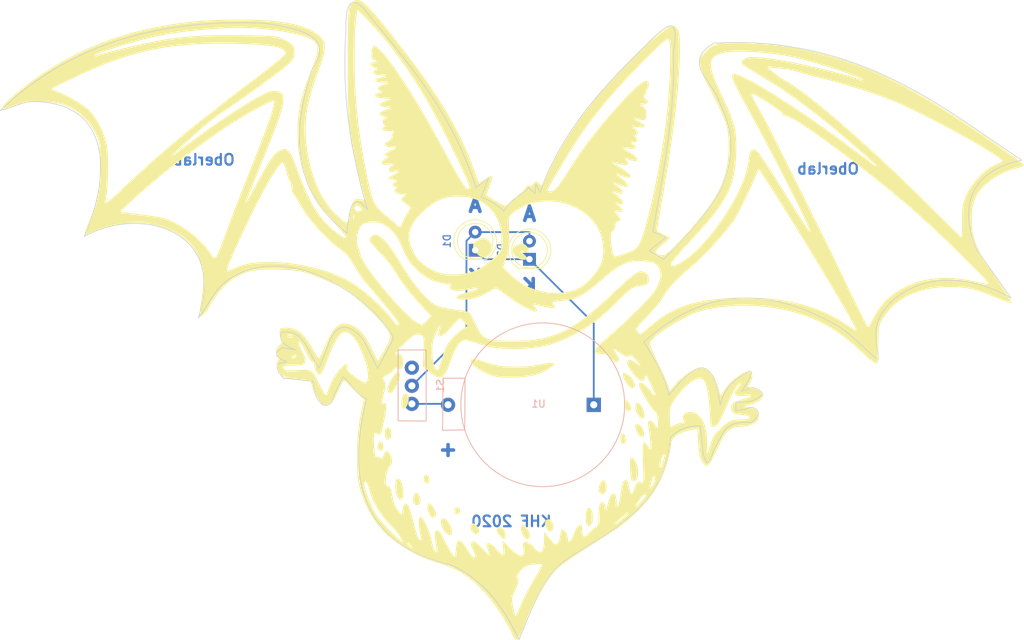
<source format=kicad_pcb>
(kicad_pcb (version 20171130) (host pcbnew "(5.1.6)-1")
  (layers (0 F.Cu signal) (31 B.Cu signal) (34 B.Paste user) (35 F.Paste user) (36 B.SilkS user) (37 F.SilkS user) (38 B.Mask user) (39 F.Mask user) (44 Edge.Cuts user))
  (net 0 "")
  (net 1 "Net-(D1-Pad1)")
  (net 2 "Net-(D1-Pad2)")
  (net 3 "Net-(S1-Pad1)")
  (net 4 "Net-(S1-Pad3)")
  (module LOGO (layer F.Cu) (at 0 0)
    (fp_text reference G*** hide)
    (fp_text value LOGO hide)
  )
  (module LOGO (layer F.Cu) (at 0 0)
    (fp_text reference G*** hide)
    (fp_text value LOGO hide)
  )
  (module KHF_LIB:LED_D5.0mm (layer F.Cu) (at -5.08 -6.35 90)
    (fp_text reference D1 (at 1.27 -3.96 90) (layer B.Cu) (effects (justify mirror)))
    (fp_text value LED)
    (pad 1 thru_hole rect (at 0 0 90) (size 1.8 1.8) (drill 0.9) (layers *.Cu *.Mask) (net 1 "Net-(D1-Pad1)"))
    (pad 2 thru_hole circle (at 2.54 0 90) (size 1.8 1.8) (drill 0.9) (layers *.Cu *.Mask) (net 2 "Net-(D1-Pad2)"))
  )
  (module KHF_LIB:LED_D5.0mm (layer F.Cu) (at 2.54 -5.08 90)
    (fp_text reference D2 (at 1.27 -3.96 90) (layer B.Cu) (effects (justify mirror)))
    (fp_text value LED)
    (pad 2 thru_hole circle (at 2.54 0 90) (size 1.8 1.8) (drill 0.9) (layers *.Cu *.Mask) (net 2 "Net-(D1-Pad2)"))
    (pad 1 thru_hole rect (at 0 0 90) (size 1.8 1.8) (drill 0.9) (layers *.Cu *.Mask) (net 1 "Net-(D1-Pad1)"))
  )
  (module KHF_LIB:Micro_Schalter (layer B.Cu) (at -13.97 15.24 90)
    (fp_text reference S1 (at 2.54 4 270) (layer B.SilkS) (effects (justify mirror)))
    (fp_text value Micro_Schalter)
    (pad 1 thru_hole circle (at 0 0 90) (size 2 2) (drill 1) (layers *.Cu *.Mask) (net 3 "Net-(S1-Pad1)"))
    (pad 2 thru_hole circle (at 2.54 0 90) (size 2 2) (drill 1) (layers *.Cu *.Mask) (net 2 "Net-(D1-Pad2)"))
    (pad 3 thru_hole circle (at 5.08 0 90) (size 2 2) (drill 1) (layers *.Cu *.Mask) (net 4 "Net-(S1-Pad3)"))
  )
  (module KHF_LIB:BAT_HLD_SW (layer B.Cu) (at -8.89 15.370001)
    (fp_text reference U1 (at 12.7 -0.130001) (layer B.SilkS) (effects (justify mirror)))
    (fp_text value BAT_holder_SW_KHF)
    (pad 1 thru_hole circle (at 0 0) (size 2 2) (drill 1) (layers *.Cu *.Mask) (net 3 "Net-(S1-Pad1)"))
    (pad 2 thru_hole rect (at 20.4516 0) (size 2 2) (drill 1) (layers *.Cu *.Mask) (net 1 "Net-(D1-Pad1)"))
  )
  (gr_text Oberlab (at -43.18 -19.05) (layer B.Cu) (effects (font (size 1.5 1.5) (thickness 0.3)) (justify mirror)))
  (gr_text Oberlab (at 44.45 -17.78) (layer B.Cu) (effects (font (size 1.5 1.5) (thickness 0.3)) (justify mirror)))
  (gr_text "KHF 2020" (at 0 31.75) (layer B.Cu) (effects (font (size 1.5 1.5) (thickness 0.3)) (justify mirror)))
  (gr_text A (at -5.08 -12.7) (layer B.Cu) (effects (font (size 2 2) (thickness 0.5)) (justify mirror)))
  (gr_text A (at 2.54 -11.43) (layer B.Cu) (effects (font (size 2 2) (thickness 0.5)) (justify mirror)))
  (gr_text K (at -5.08 -2.54) (layer B.Cu) (effects (font (size 2 2) (thickness 0.5)) (justify mirror)))
  (gr_text K (at 2.54 -1.27) (layer B.Cu) (effects (font (size 2 2) (thickness 0.5)) (justify mirror)))
  (gr_text + (at -8.89 21.59) (layer B.Cu) (effects (font (size 2 2) (thickness 0.5)) (justify mirror)))
  (gr_line (start -71.733167 -25.980392) (end -70.800588 -26.850286) (layer Edge.Cuts) (width 0.1))
  (gr_line (start -70.800588 -26.850286) (end -69.851197 -27.685249) (layer Edge.Cuts) (width 0.1))
  (gr_line (start -69.851197 -27.685249) (end -68.885198 -28.48563) (layer Edge.Cuts) (width 0.1))
  (gr_line (start -68.885198 -28.48563) (end -67.902807 -29.251779) (layer Edge.Cuts) (width 0.1))
  (gr_line (start -67.902807 -29.251779) (end -66.904237 -29.984044) (layer Edge.Cuts) (width 0.1))
  (gr_line (start -66.904237 -29.984044) (end -65.889708 -30.682775) (layer Edge.Cuts) (width 0.1))
  (gr_line (start -65.889708 -30.682775) (end -64.859418 -31.34832) (layer Edge.Cuts) (width 0.1))
  (gr_line (start -64.859418 -31.34832) (end -63.813587 -31.981029) (layer Edge.Cuts) (width 0.1))
  (gr_line (start -63.813587 -31.981029) (end -62.752437 -32.58125) (layer Edge.Cuts) (width 0.1))
  (gr_line (start -62.752437 -32.58125) (end -61.676167 -33.149333) (layer Edge.Cuts) (width 0.1))
  (gr_line (start -61.676167 -33.149333) (end -60.584997 -33.685627) (layer Edge.Cuts) (width 0.1))
  (gr_line (start -60.584997 -33.685627) (end -59.479137 -34.190481) (layer Edge.Cuts) (width 0.1))
  (gr_line (start -59.479137 -34.190481) (end -58.358807 -34.664244) (layer Edge.Cuts) (width 0.1))
  (gr_line (start -58.358807 -34.664244) (end -57.224207 -35.107265) (layer Edge.Cuts) (width 0.1))
  (gr_line (start -57.224207 -35.107265) (end -56.075557 -35.519893) (layer Edge.Cuts) (width 0.1))
  (gr_line (start -56.075557 -35.519893) (end -54.913067 -35.902477) (layer Edge.Cuts) (width 0.1))
  (gr_line (start -54.913067 -35.902477) (end -53.736957 -36.255367) (layer Edge.Cuts) (width 0.1))
  (gr_line (start -53.736957 -36.255367) (end -52.547437 -36.578911) (layer Edge.Cuts) (width 0.1))
  (gr_line (start -52.547437 -36.578911) (end -51.344717 -36.873458) (layer Edge.Cuts) (width 0.1))
  (gr_line (start -51.344717 -36.873458) (end -50.129007 -37.139358) (layer Edge.Cuts) (width 0.1))
  (gr_line (start -50.129007 -37.139358) (end -48.900527 -37.376959) (layer Edge.Cuts) (width 0.1))
  (gr_line (start -48.900527 -37.376959) (end -47.659487 -37.586612) (layer Edge.Cuts) (width 0.1))
  (gr_line (start -47.659487 -37.586612) (end -46.406097 -37.768663) (layer Edge.Cuts) (width 0.1))
  (gr_line (start -46.406097 -37.768663) (end -45.140567 -37.923464) (layer Edge.Cuts) (width 0.1))
  (gr_line (start -45.140567 -37.923464) (end -43.863127 -38.051363) (layer Edge.Cuts) (width 0.1))
  (gr_line (start -43.863127 -38.051363) (end -42.573977 -38.152708) (layer Edge.Cuts) (width 0.1))
  (gr_line (start -42.573977 -38.152708) (end -41.273317 -38.227848) (layer Edge.Cuts) (width 0.1))
  (gr_line (start -41.273317 -38.227848) (end -39.961387 -38.277138) (layer Edge.Cuts) (width 0.1))
  (gr_line (start -39.961387 -38.277138) (end -38.638387 -38.300918) (layer Edge.Cuts) (width 0.1))
  (gr_line (start -38.638387 -38.300918) (end -37.304517 -38.299518) (layer Edge.Cuts) (width 0.1))
  (gr_line (start -37.304517 -38.299518) (end -35.960007 -38.273338) (layer Edge.Cuts) (width 0.1))
  (gr_line (start -35.960007 -38.273338) (end -34.605077 -38.222698) (layer Edge.Cuts) (width 0.1))
  (gr_line (start -34.605077 -38.222698) (end -32.857157 -37.930608) (layer Edge.Cuts) (width 0.1))
  (gr_line (start -32.857157 -37.930608) (end -31.995487 -37.76646) (layer Edge.Cuts) (width 0.1))
  (gr_line (start -31.995487 -37.76646) (end -31.159437 -37.583063) (layer Edge.Cuts) (width 0.1))
  (gr_line (start -31.159437 -37.583063) (end -30.362077 -37.375034) (layer Edge.Cuts) (width 0.1))
  (gr_line (start -30.362077 -37.375034) (end -29.616487 -37.13699) (layer Edge.Cuts) (width 0.1))
  (gr_line (start -29.616487 -37.13699) (end -29.267187 -37.005029) (layer Edge.Cuts) (width 0.1))
  (gr_line (start -29.267187 -37.005029) (end -28.935727 -36.863545) (layer Edge.Cuts) (width 0.1))
  (gr_line (start -28.935727 -36.863545) (end -28.623747 -36.711865) (layer Edge.Cuts) (width 0.1))
  (gr_line (start -28.623747 -36.711865) (end -28.332877 -36.549317) (layer Edge.Cuts) (width 0.1))
  (gr_line (start -28.332877 -36.549317) (end -28.064757 -36.375226) (layer Edge.Cuts) (width 0.1))
  (gr_line (start -28.064757 -36.375226) (end -27.821007 -36.18892) (layer Edge.Cuts) (width 0.1))
  (gr_line (start -27.821007 -36.18892) (end -27.603267 -35.989726) (layer Edge.Cuts) (width 0.1))
  (gr_line (start -27.603267 -35.989726) (end -27.413177 -35.776972) (layer Edge.Cuts) (width 0.1))
  (gr_line (start -27.413177 -35.776972) (end -27.252367 -35.549983) (layer Edge.Cuts) (width 0.1))
  (gr_line (start -27.252367 -35.549983) (end -27.122477 -35.308087) (layer Edge.Cuts) (width 0.1))
  (gr_line (start -27.122477 -35.308087) (end -27.025177 -35.050612) (layer Edge.Cuts) (width 0.1))
  (gr_line (start -27.025177 -35.050612) (end -26.961977 -34.776883) (layer Edge.Cuts) (width 0.1))
  (gr_line (start -26.961977 -34.776883) (end -26.934677 -34.486229) (layer Edge.Cuts) (width 0.1))
  (gr_line (start -26.934677 -34.486229) (end -26.944777 -34.177975) (layer Edge.Cuts) (width 0.1))
  (gr_line (start -26.944777 -34.177975) (end -26.993977 -33.851449) (layer Edge.Cuts) (width 0.1))
  (gr_line (start -26.993977 -33.851449) (end -27.083877 -33.505979) (layer Edge.Cuts) (width 0.1))
  (gr_line (start -27.083877 -33.505979) (end -27.216127 -33.14089) (layer Edge.Cuts) (width 0.1))
  (gr_line (start -27.216127 -33.14089) (end -27.392367 -32.755511) (layer Edge.Cuts) (width 0.1))
  (gr_line (start -27.392367 -32.755511) (end -27.614227 -32.349167) (layer Edge.Cuts) (width 0.1))
  (gr_line (start -27.614227 -32.349167) (end -27.883347 -31.921187) (layer Edge.Cuts) (width 0.1))
  (gr_line (start -27.883347 -31.921187) (end -28.249107 -30.817609) (layer Edge.Cuts) (width 0.1))
  (gr_line (start -28.249107 -30.817609) (end -28.572927 -29.744855) (layer Edge.Cuts) (width 0.1))
  (gr_line (start -28.572927 -29.744855) (end -28.855677 -28.702285) (layer Edge.Cuts) (width 0.1))
  (gr_line (start -28.855677 -28.702285) (end -29.098227 -27.689259) (layer Edge.Cuts) (width 0.1))
  (gr_line (start -29.098227 -27.689259) (end -29.301457 -26.705136) (layer Edge.Cuts) (width 0.1))
  (gr_line (start -29.301457 -26.705136) (end -29.466217 -25.749277) (layer Edge.Cuts) (width 0.1))
  (gr_line (start -29.466217 -25.749277) (end -29.593407 -24.821042) (layer Edge.Cuts) (width 0.1))
  (gr_line (start -29.593407 -24.821042) (end -29.683907 -23.919791) (layer Edge.Cuts) (width 0.1))
  (gr_line (start -29.683907 -23.919791) (end -29.738507 -23.044884) (layer Edge.Cuts) (width 0.1))
  (gr_line (start -29.738507 -23.044884) (end -29.758207 -22.19568) (layer Edge.Cuts) (width 0.1))
  (gr_line (start -29.758207 -22.19568) (end -29.743707 -21.37154) (layer Edge.Cuts) (width 0.1))
  (gr_line (start -29.743707 -21.37154) (end -29.696007 -20.571824) (layer Edge.Cuts) (width 0.1))
  (gr_line (start -29.696007 -20.571824) (end -29.616007 -19.795892) (layer Edge.Cuts) (width 0.1))
  (gr_line (start -29.616007 -19.795892) (end -29.504457 -19.043104) (layer Edge.Cuts) (width 0.1))
  (gr_line (start -29.504457 -19.043104) (end -29.362297 -18.31282) (layer Edge.Cuts) (width 0.1))
  (gr_line (start -29.362297 -18.31282) (end -29.190387 -17.604399) (layer Edge.Cuts) (width 0.1))
  (gr_line (start -29.190387 -17.604399) (end -28.989597 -16.917203) (layer Edge.Cuts) (width 0.1))
  (gr_line (start -28.989597 -16.917203) (end -28.760797 -16.25059) (layer Edge.Cuts) (width 0.1))
  (gr_line (start -28.760797 -16.25059) (end -28.504867 -15.603921) (layer Edge.Cuts) (width 0.1))
  (gr_line (start -28.504867 -15.603921) (end -28.222667 -14.976556) (layer Edge.Cuts) (width 0.1))
  (gr_line (start -28.222667 -14.976556) (end -27.915067 -14.367853) (layer Edge.Cuts) (width 0.1))
  (gr_line (start -27.915067 -14.367853) (end -27.582947 -13.777176) (layer Edge.Cuts) (width 0.1))
  (gr_line (start -27.582947 -13.777176) (end -27.227177 -13.203885) (layer Edge.Cuts) (width 0.1))
  (gr_line (start -27.227177 -13.203885) (end -26.848617 -12.647334) (layer Edge.Cuts) (width 0.1))
  (gr_line (start -26.848617 -12.647334) (end -26.448157 -12.106888) (layer Edge.Cuts) (width 0.1))
  (gr_line (start -26.448157 -12.106888) (end -26.026647 -11.581907) (layer Edge.Cuts) (width 0.1))
  (gr_line (start -26.026647 -11.581907) (end -25.584967 -11.071751) (layer Edge.Cuts) (width 0.1))
  (gr_line (start -25.584967 -11.071751) (end -25.123987 -10.575776) (layer Edge.Cuts) (width 0.1))
  (gr_line (start -25.123987 -10.575776) (end -24.644577 -10.093348) (layer Edge.Cuts) (width 0.1))
  (gr_line (start -24.644577 -10.093348) (end -24.147617 -9.623821) (layer Edge.Cuts) (width 0.1))
  (gr_line (start -24.147617 -9.623821) (end -23.633957 -9.16656) (layer Edge.Cuts) (width 0.1))
  (gr_line (start -23.633957 -9.16656) (end -23.104487 -8.720923) (layer Edge.Cuts) (width 0.1))
  (gr_line (start -23.104487 -8.720923) (end -22.978327 -9.666877) (layer Edge.Cuts) (width 0.1))
  (gr_line (start -22.978327 -9.666877) (end -22.844187 -10.667571) (layer Edge.Cuts) (width 0.1))
  (gr_line (start -22.844187 -10.667571) (end -22.764787 -11.156314) (layer Edge.Cuts) (width 0.1))
  (gr_line (start -22.764787 -11.156314) (end -22.672287 -11.620185) (layer Edge.Cuts) (width 0.1))
  (gr_line (start -22.672287 -11.620185) (end -22.562937 -12.04633) (layer Edge.Cuts) (width 0.1))
  (gr_line (start -22.562937 -12.04633) (end -22.433007 -12.421901) (layer Edge.Cuts) (width 0.1))
  (gr_line (start -22.433007 -12.421901) (end -22.278787 -12.734038) (layer Edge.Cuts) (width 0.1))
  (gr_line (start -22.278787 -12.734038) (end -22.191387 -12.862303) (layer Edge.Cuts) (width 0.1))
  (gr_line (start -22.191387 -12.862303) (end -22.096587 -12.969893) (layer Edge.Cuts) (width 0.1))
  (gr_line (start -22.096587 -12.969893) (end -21.993807 -13.055193) (layer Edge.Cuts) (width 0.1))
  (gr_line (start -21.993807 -13.055193) (end -21.882627 -13.116613) (layer Edge.Cuts) (width 0.1))
  (gr_line (start -21.882627 -13.116613) (end -21.762587 -13.152533) (layer Edge.Cuts) (width 0.1))
  (gr_line (start -21.762587 -13.152533) (end -21.633227 -13.161333) (layer Edge.Cuts) (width 0.1))
  (gr_line (start -21.633227 -13.161333) (end -21.494077 -13.141433) (layer Edge.Cuts) (width 0.1))
  (gr_line (start -21.494077 -13.141433) (end -21.344667 -13.091223) (layer Edge.Cuts) (width 0.1))
  (gr_line (start -21.344667 -13.091223) (end -21.184547 -13.009083) (layer Edge.Cuts) (width 0.1))
  (gr_line (start -21.184547 -13.009083) (end -21.013237 -12.89342) (layer Edge.Cuts) (width 0.1))
  (gr_line (start -21.013237 -12.89342) (end -20.830287 -12.742618) (layer Edge.Cuts) (width 0.1))
  (gr_line (start -20.830287 -12.742618) (end -20.635217 -12.555074) (layer Edge.Cuts) (width 0.1))
  (gr_line (start -20.635217 -12.555074) (end -20.427577 -12.32918) (layer Edge.Cuts) (width 0.1))
  (gr_line (start -20.427577 -12.32918) (end -20.206897 -12.06333) (layer Edge.Cuts) (width 0.1))
  (gr_line (start -20.206897 -12.06333) (end -20.668427 -13.700619) (layer Edge.Cuts) (width 0.1))
  (gr_line (start -20.668427 -13.700619) (end -21.093987 -15.309517) (layer Edge.Cuts) (width 0.1))
  (gr_line (start -21.093987 -15.309517) (end -21.483507 -16.894198) (layer Edge.Cuts) (width 0.1))
  (gr_line (start -21.483507 -16.894198) (end -21.836887 -18.458843) (layer Edge.Cuts) (width 0.1))
  (gr_line (start -21.836887 -18.458843) (end -22.154057 -20.00763) (layer Edge.Cuts) (width 0.1))
  (gr_line (start -22.154057 -20.00763) (end -22.434937 -21.544738) (layer Edge.Cuts) (width 0.1))
  (gr_line (start -22.434937 -21.544738) (end -22.679447 -23.074345) (layer Edge.Cuts) (width 0.1))
  (gr_line (start -22.679447 -23.074345) (end -22.887517 -24.600629) (layer Edge.Cuts) (width 0.1))
  (gr_line (start -22.887517 -24.600629) (end -23.059057 -26.127768) (layer Edge.Cuts) (width 0.1))
  (gr_line (start -23.059057 -26.127768) (end -23.193997 -27.659942) (layer Edge.Cuts) (width 0.1))
  (gr_line (start -23.193997 -27.659942) (end -23.292197 -29.201329) (layer Edge.Cuts) (width 0.1))
  (gr_line (start -23.292197 -29.201329) (end -23.353697 -30.756107) (layer Edge.Cuts) (width 0.1))
  (gr_line (start -23.353697 -30.756107) (end -23.378297 -32.328454) (layer Edge.Cuts) (width 0.1))
  (gr_line (start -23.378297 -32.328454) (end -23.365997 -33.922549) (layer Edge.Cuts) (width 0.1))
  (gr_line (start -23.365997 -33.922549) (end -23.316697 -35.542571) (layer Edge.Cuts) (width 0.1))
  (gr_line (start -23.316697 -35.542571) (end -23.230297 -37.192697) (layer Edge.Cuts) (width 0.1))
  (gr_line (start -23.230297 -37.192697) (end -23.237297 -38.113797) (layer Edge.Cuts) (width 0.1))
  (gr_line (start -23.237297 -38.113797) (end -23.204297 -38.902233) (layer Edge.Cuts) (width 0.1))
  (gr_line (start -23.204297 -38.902233) (end -23.133097 -39.563268) (layer Edge.Cuts) (width 0.1))
  (gr_line (start -23.133097 -39.563268) (end -23.025687 -40.102167) (layer Edge.Cuts) (width 0.1))
  (gr_line (start -23.025687 -40.102167) (end -22.959087 -40.327461) (layer Edge.Cuts) (width 0.1))
  (gr_line (start -22.959087 -40.327461) (end -22.884187 -40.524194) (layer Edge.Cuts) (width 0.1))
  (gr_line (start -22.884187 -40.524194) (end -22.801187 -40.693026) (layer Edge.Cuts) (width 0.1))
  (gr_line (start -22.801187 -40.693026) (end -22.710487 -40.834613) (layer Edge.Cuts) (width 0.1))
  (gr_line (start -22.710487 -40.834613) (end -22.612187 -40.949615) (layer Edge.Cuts) (width 0.1))
  (gr_line (start -22.612187 -40.949615) (end -22.506657 -41.038685) (layer Edge.Cuts) (width 0.1))
  (gr_line (start -22.506657 -41.038685) (end -22.394107 -41.102485) (layer Edge.Cuts) (width 0.1))
  (gr_line (start -22.394107 -41.102485) (end -22.274777 -41.141675) (layer Edge.Cuts) (width 0.1))
  (gr_line (start -22.274777 -41.141675) (end -22.148937 -41.156915) (layer Edge.Cuts) (width 0.1))
  (gr_line (start -22.148937 -41.156915) (end -22.016837 -41.148815) (layer Edge.Cuts) (width 0.1))
  (gr_line (start -22.016837 -41.148815) (end -21.878717 -41.118115) (layer Edge.Cuts) (width 0.1))
  (gr_line (start -21.878717 -41.118115) (end -21.734847 -41.065435) (layer Edge.Cuts) (width 0.1))
  (gr_line (start -21.734847 -41.065435) (end -21.585467 -40.991435) (layer Edge.Cuts) (width 0.1))
  (gr_line (start -21.585467 -40.991435) (end -21.430837 -40.896775) (layer Edge.Cuts) (width 0.1))
  (gr_line (start -21.430837 -40.896775) (end -21.106827 -40.648094) (layer Edge.Cuts) (width 0.1))
  (gr_line (start -21.106827 -40.648094) (end -20.764827 -40.324653) (layer Edge.Cuts) (width 0.1))
  (gr_line (start -20.764827 -40.324653) (end -20.406867 -39.931717) (layer Edge.Cuts) (width 0.1))
  (gr_line (start -20.406867 -39.931717) (end -20.034967 -39.474551) (layer Edge.Cuts) (width 0.1))
  (gr_line (start -20.034967 -39.474551) (end -19.651157 -38.958418) (layer Edge.Cuts) (width 0.1))
  (gr_line (start -19.651157 -38.958418) (end -18.158387 -37.159572) (layer Edge.Cuts) (width 0.1))
  (gr_line (start -18.158387 -37.159572) (end -16.771807 -35.458215) (layer Edge.Cuts) (width 0.1))
  (gr_line (start -16.771807 -35.458215) (end -15.485087 -33.842335) (layer Edge.Cuts) (width 0.1))
  (gr_line (start -15.485087 -33.842335) (end -14.291867 -32.299917) (layer Edge.Cuts) (width 0.1))
  (gr_line (start -14.291867 -32.299917) (end -13.185807 -30.818949) (layer Edge.Cuts) (width 0.1))
  (gr_line (start -13.185807 -30.818949) (end -12.160547 -29.387419) (layer Edge.Cuts) (width 0.1))
  (gr_line (start -12.160547 -29.387419) (end -11.209757 -27.993312) (layer Edge.Cuts) (width 0.1))
  (gr_line (start -11.209757 -27.993312) (end -10.327067 -26.624616) (layer Edge.Cuts) (width 0.1))
  (gr_line (start -10.327067 -26.624616) (end -9.506147 -25.269319) (layer Edge.Cuts) (width 0.1))
  (gr_line (start -9.506147 -25.269319) (end -8.740637 -23.915407) (layer Edge.Cuts) (width 0.1))
  (gr_line (start -8.740637 -23.915407) (end -8.024197 -22.550866) (layer Edge.Cuts) (width 0.1))
  (gr_line (start -8.024197 -22.550866) (end -7.350467 -21.163685) (layer Edge.Cuts) (width 0.1))
  (gr_line (start -7.350467 -21.163685) (end -6.713107 -19.74185) (layer Edge.Cuts) (width 0.1))
  (gr_line (start -6.713107 -19.74185) (end -6.105757 -18.273348) (layer Edge.Cuts) (width 0.1))
  (gr_line (start -6.105757 -18.273348) (end -5.522087 -16.746167) (layer Edge.Cuts) (width 0.1))
  (gr_line (start -5.522087 -16.746167) (end -4.955737 -15.148292) (layer Edge.Cuts) (width 0.1))
  (gr_line (start -4.955737 -15.148292) (end -3.189627 -16.543941) (layer Edge.Cuts) (width 0.1))
  (gr_line (start -3.189627 -16.543941) (end -4.237067 -13.808852) (layer Edge.Cuts) (width 0.1))
  (gr_line (start -4.237067 -13.808852) (end -3.441487 -13.457229) (layer Edge.Cuts) (width 0.1))
  (gr_line (start -3.441487 -13.457229) (end -3.043697 -13.267295) (layer Edge.Cuts) (width 0.1))
  (gr_line (start -3.043697 -13.267295) (end -2.645907 -13.055835) (layer Edge.Cuts) (width 0.1))
  (gr_line (start -2.645907 -13.055835) (end -2.248117 -12.813773) (layer Edge.Cuts) (width 0.1))
  (gr_line (start -2.248117 -12.813773) (end -1.850329 -12.532031) (layer Edge.Cuts) (width 0.1))
  (gr_line (start -1.850329 -12.532031) (end -1.452541 -12.201522) (layer Edge.Cuts) (width 0.1))
  (gr_line (start -1.452541 -12.201522) (end -1.054751 -11.813174) (layer Edge.Cuts) (width 0.1))
  (gr_line (start -1.054751 -11.813174) (end -0.872156 -12.138498) (layer Edge.Cuts) (width 0.1))
  (gr_line (start -0.872156 -12.138498) (end -0.655259 -12.44701) (layer Edge.Cuts) (width 0.1))
  (gr_line (start -0.655259 -12.44701) (end -0.410522 -12.739065) (layer Edge.Cuts) (width 0.1))
  (gr_line (start -0.410522 -12.739065) (end -0.144401 -13.015023) (layer Edge.Cuts) (width 0.1))
  (gr_line (start -0.144401 -13.015023) (end 0.136639 -13.27524) (layer Edge.Cuts) (width 0.1))
  (gr_line (start 0.136639 -13.27524) (end 0.426138 -13.520073) (layer Edge.Cuts) (width 0.1))
  (gr_line (start 0.426138 -13.520073) (end 1.004671 -13.965017) (layer Edge.Cuts) (width 0.1))
  (gr_line (start 1.004671 -13.965017) (end 1.53951 -14.352711) (layer Edge.Cuts) (width 0.1))
  (gr_line (start 1.53951 -14.352711) (end 1.978962 -14.686009) (layer Edge.Cuts) (width 0.1))
  (gr_line (start 1.978962 -14.686009) (end 2.146769 -14.833155) (layer Edge.Cuts) (width 0.1))
  (gr_line (start 2.146769 -14.833155) (end 2.271345 -14.967776) (layer Edge.Cuts) (width 0.1))
  (gr_line (start 2.271345 -14.967776) (end 2.346235 -15.090225) (layer Edge.Cuts) (width 0.1))
  (gr_line (start 2.346235 -15.090225) (end 2.364965 -15.200862) (layer Edge.Cuts) (width 0.1))
  (gr_line (start 2.364965 -15.200862) (end 3.324283 -14.292574) (layer Edge.Cuts) (width 0.1))
  (gr_line (start 3.324283 -14.292574) (end 3.421153 -15.647375) (layer Edge.Cuts) (width 0.1))
  (gr_line (start 3.421153 -15.647375) (end 4.045118 -14.45538) (layer Edge.Cuts) (width 0.1))
  (gr_line (start 4.045118 -14.45538) (end 4.345155 -15.287428) (layer Edge.Cuts) (width 0.1))
  (gr_line (start 4.345155 -15.287428) (end 4.661681 -16.103568) (layer Edge.Cuts) (width 0.1))
  (gr_line (start 4.661681 -16.103568) (end 4.994252 -16.904342) (layer Edge.Cuts) (width 0.1))
  (gr_line (start 4.994252 -16.904342) (end 5.342417 -17.690289) (layer Edge.Cuts) (width 0.1))
  (gr_line (start 5.342417 -17.690289) (end 5.705725 -18.461949) (layer Edge.Cuts) (width 0.1))
  (gr_line (start 5.705725 -18.461949) (end 6.08373 -19.219864) (layer Edge.Cuts) (width 0.1))
  (gr_line (start 6.08373 -19.219864) (end 6.47598 -19.964573) (layer Edge.Cuts) (width 0.1))
  (gr_line (start 6.47598 -19.964573) (end 6.882025 -20.696617) (layer Edge.Cuts) (width 0.1))
  (gr_line (start 6.882025 -20.696617) (end 7.301419 -21.416535) (layer Edge.Cuts) (width 0.1))
  (gr_line (start 7.301419 -21.416535) (end 7.733711 -22.124869) (layer Edge.Cuts) (width 0.1))
  (gr_line (start 7.733711 -22.124869) (end 8.178452 -22.822159) (layer Edge.Cuts) (width 0.1))
  (gr_line (start 8.178452 -22.822159) (end 8.635191 -23.508944) (layer Edge.Cuts) (width 0.1))
  (gr_line (start 8.635191 -23.508944) (end 9.582873 -24.853163) (layer Edge.Cuts) (width 0.1))
  (gr_line (start 9.582873 -24.853163) (end 10.573161 -26.16185) (layer Edge.Cuts) (width 0.1))
  (gr_line (start 10.573161 -26.16185) (end 11.602462 -27.439326) (layer Edge.Cuts) (width 0.1))
  (gr_line (start 11.602462 -27.439326) (end 12.667182 -28.689914) (layer Edge.Cuts) (width 0.1))
  (gr_line (start 12.667182 -28.689914) (end 13.763729 -29.917937) (layer Edge.Cuts) (width 0.1))
  (gr_line (start 13.763729 -29.917937) (end 14.888505 -31.127716) (layer Edge.Cuts) (width 0.1))
  (gr_line (start 14.888505 -31.127716) (end 16.037915 -32.323575) (layer Edge.Cuts) (width 0.1))
  (gr_line (start 16.037915 -32.323575) (end 17.208371 -33.509836) (layer Edge.Cuts) (width 0.1))
  (gr_line (start 17.208371 -33.509836) (end 19.598035 -35.870854) (layer Edge.Cuts) (width 0.1))
  (gr_line (start 19.598035 -35.870854) (end 20.046631 -36.309478) (layer Edge.Cuts) (width 0.1))
  (gr_line (start 20.046631 -36.309478) (end 20.47284 -36.705074) (layer Edge.Cuts) (width 0.1))
  (gr_line (start 20.47284 -36.705074) (end 20.874274 -37.051517) (layer Edge.Cuts) (width 0.1))
  (gr_line (start 20.874274 -37.051517) (end 21.248543 -37.342681) (layer Edge.Cuts) (width 0.1))
  (gr_line (start 21.248543 -37.342681) (end 21.593271 -37.57244) (layer Edge.Cuts) (width 0.1))
  (gr_line (start 21.593271 -37.57244) (end 21.906064 -37.734668) (layer Edge.Cuts) (width 0.1))
  (gr_line (start 21.906064 -37.734668) (end 22.049741 -37.788548) (layer Edge.Cuts) (width 0.1))
  (gr_line (start 22.049741 -37.788548) (end 22.184543 -37.823248) (layer Edge.Cuts) (width 0.1))
  (gr_line (start 22.184543 -37.823248) (end 22.310168 -37.837998) (layer Edge.Cuts) (width 0.1))
  (gr_line (start 22.310168 -37.837998) (end 22.426317 -37.831998) (layer Edge.Cuts) (width 0.1))
  (gr_line (start 22.426317 -37.831998) (end 22.532698 -37.804558) (layer Edge.Cuts) (width 0.1))
  (gr_line (start 22.532698 -37.804558) (end 22.629008 -37.754878) (layer Edge.Cuts) (width 0.1))
  (gr_line (start 22.629008 -37.754878) (end 22.714948 -37.682188) (layer Edge.Cuts) (width 0.1))
  (gr_line (start 22.714948 -37.682188) (end 22.790218 -37.585728) (layer Edge.Cuts) (width 0.1))
  (gr_line (start 22.790218 -37.585728) (end 22.854528 -37.464724) (layer Edge.Cuts) (width 0.1))
  (gr_line (start 22.854528 -37.464724) (end 22.907578 -37.318414) (layer Edge.Cuts) (width 0.1))
  (gr_line (start 22.907578 -37.318414) (end 22.949068 -37.146033) (layer Edge.Cuts) (width 0.1))
  (gr_line (start 22.949068 -37.146033) (end 22.978698 -36.946814) (layer Edge.Cuts) (width 0.1))
  (gr_line (start 22.978698 -36.946814) (end 23.001188 -36.464803) (layer Edge.Cuts) (width 0.1))
  (gr_line (start 23.001188 -36.464803) (end 22.972658 -35.866254) (layer Edge.Cuts) (width 0.1))
  (gr_line (start 22.972658 -35.866254) (end 22.890728 -35.145041) (layer Edge.Cuts) (width 0.1))
  (gr_line (start 22.890728 -35.145041) (end 22.753018 -34.29504) (layer Edge.Cuts) (width 0.1))
  (gr_line (start 22.753018 -34.29504) (end 22.781608 -32.729826) (layer Edge.Cuts) (width 0.1))
  (gr_line (start 22.781608 -32.729826) (end 22.768508 -31.160822) (layer Edge.Cuts) (width 0.1))
  (gr_line (start 22.768508 -31.160822) (end 22.716658 -29.588295) (layer Edge.Cuts) (width 0.1))
  (gr_line (start 22.716658 -29.588295) (end 22.628998 -28.012513) (layer Edge.Cuts) (width 0.1))
  (gr_line (start 22.628998 -28.012513) (end 22.508461 -26.433742) (layer Edge.Cuts) (width 0.1))
  (gr_line (start 22.508461 -26.433742) (end 22.35799 -24.852249) (layer Edge.Cuts) (width 0.1))
  (gr_line (start 22.35799 -24.852249) (end 22.180516 -23.268302) (layer Edge.Cuts) (width 0.1))
  (gr_line (start 22.180516 -23.268302) (end 21.978977 -21.682167) (layer Edge.Cuts) (width 0.1))
  (gr_line (start 21.978977 -21.682167) (end 21.756314 -20.094111) (layer Edge.Cuts) (width 0.1))
  (gr_line (start 21.756314 -20.094111) (end 21.515459 -18.504402) (layer Edge.Cuts) (width 0.1))
  (gr_line (start 21.515459 -18.504402) (end 20.99093 -15.321092) (layer Edge.Cuts) (width 0.1))
  (gr_line (start 20.99093 -15.321092) (end 20.428887 -12.13437) (layer Edge.Cuts) (width 0.1))
  (gr_line (start 20.428887 -12.13437) (end 19.852828 -8.946374) (layer Edge.Cuts) (width 0.1))
  (gr_line (start 19.852828 -8.946374) (end 21.712439 -8.1882) (layer Edge.Cuts) (width 0.1))
  (gr_line (start 21.712439 -8.1882) (end 19.35697 -6.265883) (layer Edge.Cuts) (width 0.1))
  (gr_line (start 19.35697 -6.265883) (end 21.367226 -5.067357) (layer Edge.Cuts) (width 0.1))
  (gr_line (start 21.367226 -5.067357) (end 23.538024 -7.327664) (layer Edge.Cuts) (width 0.1))
  (gr_line (start 23.538024 -7.327664) (end 24.603652 -8.473638) (layer Edge.Cuts) (width 0.1))
  (gr_line (start 24.603652 -8.473638) (end 25.641692 -9.641678) (layer Edge.Cuts) (width 0.1))
  (gr_line (start 25.641692 -9.641678) (end 26.641351 -10.840423) (layer Edge.Cuts) (width 0.1))
  (gr_line (start 26.641351 -10.840423) (end 27.123408 -11.454013) (layer Edge.Cuts) (width 0.1))
  (gr_line (start 27.123408 -11.454013) (end 27.59182 -12.078519) (layer Edge.Cuts) (width 0.1))
  (gr_line (start 27.59182 -12.078519) (end 28.04524 -12.715022) (layer Edge.Cuts) (width 0.1))
  (gr_line (start 28.04524 -12.715022) (end 28.48231 -13.364603) (layer Edge.Cuts) (width 0.1))
  (gr_line (start 28.48231 -13.364603) (end 28.90168 -14.02834) (layer Edge.Cuts) (width 0.1))
  (gr_line (start 28.90168 -14.02834) (end 29.30201 -14.707316) (layer Edge.Cuts) (width 0.1))
  (gr_line (start 29.30201 -14.707316) (end 29.57157 -15.332553) (layer Edge.Cuts) (width 0.1))
  (gr_line (start 29.57157 -15.332553) (end 29.81099 -15.938993) (layer Edge.Cuts) (width 0.1))
  (gr_line (start 29.81099 -15.938993) (end 30.02147 -16.527134) (layer Edge.Cuts) (width 0.1))
  (gr_line (start 30.02147 -16.527134) (end 30.20421 -17.097477) (layer Edge.Cuts) (width 0.1))
  (gr_line (start 30.20421 -17.097477) (end 30.3604 -17.650522) (layer Edge.Cuts) (width 0.1))
  (gr_line (start 30.3604 -17.650522) (end 30.49125 -18.186768) (layer Edge.Cuts) (width 0.1))
  (gr_line (start 30.49125 -18.186768) (end 30.59795 -18.706715) (layer Edge.Cuts) (width 0.1))
  (gr_line (start 30.59795 -18.706715) (end 30.68175 -19.210862) (layer Edge.Cuts) (width 0.1))
  (gr_line (start 30.68175 -19.210862) (end 30.74375 -19.69971) (layer Edge.Cuts) (width 0.1))
  (gr_line (start 30.74375 -19.69971) (end 30.78525 -20.173758) (layer Edge.Cuts) (width 0.1))
  (gr_line (start 30.78525 -20.173758) (end 30.80735 -20.633506) (layer Edge.Cuts) (width 0.1))
  (gr_line (start 30.80735 -20.633506) (end 30.81135 -21.079454) (layer Edge.Cuts) (width 0.1))
  (gr_line (start 30.81135 -21.079454) (end 30.79835 -21.512101) (layer Edge.Cuts) (width 0.1))
  (gr_line (start 30.79835 -21.512101) (end 30.76965 -21.931949) (layer Edge.Cuts) (width 0.1))
  (gr_line (start 30.76965 -21.931949) (end 30.72635 -22.339493) (layer Edge.Cuts) (width 0.1))
  (gr_line (start 30.72635 -22.339493) (end 30.66975 -22.735238) (layer Edge.Cuts) (width 0.1))
  (gr_line (start 30.66975 -22.735238) (end 30.52122 -23.493323) (layer Edge.Cuts) (width 0.1))
  (gr_line (start 30.52122 -23.493323) (end 30.33367 -24.210199) (layer Edge.Cuts) (width 0.1))
  (gr_line (start 30.33367 -24.210199) (end 30.1167 -24.889866) (layer Edge.Cuts) (width 0.1))
  (gr_line (start 30.1167 -24.889866) (end 29.87989 -25.536322) (layer Edge.Cuts) (width 0.1))
  (gr_line (start 29.87989 -25.536322) (end 29.38516 -26.74559) (layer Edge.Cuts) (width 0.1))
  (gr_line (start 29.38516 -26.74559) (end 28.92623 -27.869989) (layer Edge.Cuts) (width 0.1))
  (gr_line (start 28.92623 -27.869989) (end 28.68285 -28.342588) (layer Edge.Cuts) (width 0.1))
  (gr_line (start 28.68285 -28.342588) (end 28.39656 -28.81519) (layer Edge.Cuts) (width 0.1))
  (gr_line (start 28.39656 -28.81519) (end 27.75621 -29.760389) (layer Edge.Cuts) (width 0.1))
  (gr_line (start 27.75621 -29.760389) (end 27.432616 -30.232991) (layer Edge.Cuts) (width 0.1))
  (gr_line (start 27.432616 -30.232991) (end 27.127046 -30.705591) (layer Edge.Cuts) (width 0.1))
  (gr_line (start 27.127046 -30.705591) (end 26.854734 -31.178192) (layer Edge.Cuts) (width 0.1))
  (gr_line (start 26.854734 -31.178192) (end 26.630918 -31.650792) (layer Edge.Cuts) (width 0.1))
  (gr_line (start 26.630918 -31.650792) (end 26.541958 -31.887092) (layer Edge.Cuts) (width 0.1))
  (gr_line (start 26.541958 -31.887092) (end 26.470828 -32.123392) (layer Edge.Cuts) (width 0.1))
  (gr_line (start 26.470828 -32.123392) (end 26.419438 -32.359693) (layer Edge.Cuts) (width 0.1))
  (gr_line (start 26.419438 -32.359693) (end 26.389698 -32.595993) (layer Edge.Cuts) (width 0.1))
  (gr_line (start 26.389698 -32.595993) (end 26.383498 -32.832293) (layer Edge.Cuts) (width 0.1))
  (gr_line (start 26.383498 -32.832293) (end 26.402758 -33.068593) (layer Edge.Cuts) (width 0.1))
  (gr_line (start 26.402758 -33.068593) (end 26.449378 -33.304893) (layer Edge.Cuts) (width 0.1))
  (gr_line (start 26.449378 -33.304893) (end 26.525248 -33.541194) (layer Edge.Cuts) (width 0.1))
  (gr_line (start 26.525248 -33.541194) (end 26.632291 -33.777494) (layer Edge.Cuts) (width 0.1))
  (gr_line (start 26.632291 -33.777494) (end 26.772401 -34.013794) (layer Edge.Cuts) (width 0.1))
  (gr_line (start 26.772401 -34.013794) (end 26.947484 -34.250094) (layer Edge.Cuts) (width 0.1))
  (gr_line (start 26.947484 -34.250094) (end 27.159444 -34.486394) (layer Edge.Cuts) (width 0.1))
  (gr_line (start 27.159444 -34.486394) (end 27.410182 -34.722695) (layer Edge.Cuts) (width 0.1))
  (gr_line (start 27.410182 -34.722695) (end 27.70161 -34.958995) (layer Edge.Cuts) (width 0.1))
  (gr_line (start 27.70161 -34.958995) (end 28.03563 -35.195295) (layer Edge.Cuts) (width 0.1))
  (gr_line (start 28.03563 -35.195295) (end 28.41415 -35.431595) (layer Edge.Cuts) (width 0.1))
  (gr_line (start 28.41415 -35.431595) (end 29.37727 -35.478955) (layer Edge.Cuts) (width 0.1))
  (gr_line (start 29.37727 -35.478955) (end 30.32832 -35.508805) (layer Edge.Cuts) (width 0.1))
  (gr_line (start 30.32832 -35.508805) (end 31.26744 -35.521535) (layer Edge.Cuts) (width 0.1))
  (gr_line (start 31.26744 -35.521535) (end 32.19477 -35.517535) (layer Edge.Cuts) (width 0.1))
  (gr_line (start 32.19477 -35.517535) (end 33.11045 -35.497155) (layer Edge.Cuts) (width 0.1))
  (gr_line (start 33.11045 -35.497155) (end 34.01463 -35.460785) (layer Edge.Cuts) (width 0.1))
  (gr_line (start 34.01463 -35.460785) (end 34.90744 -35.408815) (layer Edge.Cuts) (width 0.1))
  (gr_line (start 34.90744 -35.408815) (end 35.78903 -35.341615) (layer Edge.Cuts) (width 0.1))
  (gr_line (start 35.78903 -35.341615) (end 36.65955 -35.259565) (layer Edge.Cuts) (width 0.1))
  (gr_line (start 36.65955 -35.259565) (end 37.51912 -35.163055) (layer Edge.Cuts) (width 0.1))
  (gr_line (start 37.51912 -35.163055) (end 38.3679 -35.052454) (layer Edge.Cuts) (width 0.1))
  (gr_line (start 38.3679 -35.052454) (end 39.20603 -34.928146) (layer Edge.Cuts) (width 0.1))
  (gr_line (start 39.20603 -34.928146) (end 40.85091 -34.639924) (layer Edge.Cuts) (width 0.1))
  (gr_line (start 40.85091 -34.639924) (end 42.45488 -34.301425) (layer Edge.Cuts) (width 0.1))
  (gr_line (start 42.45488 -34.301425) (end 44.01908 -33.915686) (layer Edge.Cuts) (width 0.1))
  (gr_line (start 44.01908 -33.915686) (end 45.54466 -33.485744) (layer Edge.Cuts) (width 0.1))
  (gr_line (start 45.54466 -33.485744) (end 47.03275 -33.014636) (layer Edge.Cuts) (width 0.1))
  (gr_line (start 47.03275 -33.014636) (end 48.48449 -32.505398) (layer Edge.Cuts) (width 0.1))
  (gr_line (start 48.48449 -32.505398) (end 49.90102 -31.961068) (layer Edge.Cuts) (width 0.1))
  (gr_line (start 49.90102 -31.961068) (end 51.28347 -31.384681) (layer Edge.Cuts) (width 0.1))
  (gr_line (start 51.28347 -31.384681) (end 52.63298 -30.779274) (layer Edge.Cuts) (width 0.1))
  (gr_line (start 52.63298 -30.779274) (end 53.95069 -30.147885) (layer Edge.Cuts) (width 0.1))
  (gr_line (start 53.95069 -30.147885) (end 55.23773 -29.493552) (layer Edge.Cuts) (width 0.1))
  (gr_line (start 55.23773 -29.493552) (end 56.49525 -28.819307) (layer Edge.Cuts) (width 0.1))
  (gr_line (start 56.49525 -28.819307) (end 57.72438 -28.128192) (layer Edge.Cuts) (width 0.1))
  (gr_line (start 57.72438 -28.128192) (end 58.92626 -27.42324) (layer Edge.Cuts) (width 0.1))
  (gr_line (start 58.92626 -27.42324) (end 60.10202 -26.70749) (layer Edge.Cuts) (width 0.1))
  (gr_line (start 60.10202 -26.70749) (end 61.25282 -25.983977) (layer Edge.Cuts) (width 0.1))
  (gr_line (start 61.25282 -25.983977) (end 63.48402 -24.525813) (layer Edge.Cuts) (width 0.1))
  (gr_line (start 63.48402 -24.525813) (end 65.62897 -23.073042) (layer Edge.Cuts) (width 0.1))
  (gr_line (start 65.62897 -23.073042) (end 67.69677 -21.649956) (layer Edge.Cuts) (width 0.1))
  (gr_line (start 67.69677 -21.649956) (end 69.69653 -20.280851) (layer Edge.Cuts) (width 0.1))
  (gr_line (start 69.69653 -20.280851) (end 71.63733 -18.990021) (layer Edge.Cuts) (width 0.1))
  (gr_line (start 71.63733 -18.990021) (end 71.02802 -18.851236) (layer Edge.Cuts) (width 0.1))
  (gr_line (start 71.02802 -18.851236) (end 70.44312 -18.694775) (layer Edge.Cuts) (width 0.1))
  (gr_line (start 70.44312 -18.694775) (end 69.88285 -18.520762) (layer Edge.Cuts) (width 0.1))
  (gr_line (start 69.88285 -18.520762) (end 69.34742 -18.329318) (layer Edge.Cuts) (width 0.1))
  (gr_line (start 69.34742 -18.329318) (end 68.83707 -18.120569) (layer Edge.Cuts) (width 0.1))
  (gr_line (start 68.83707 -18.120569) (end 68.352 -17.894635) (layer Edge.Cuts) (width 0.1))
  (gr_line (start 68.352 -17.894635) (end 67.89244 -17.65164) (layer Edge.Cuts) (width 0.1))
  (gr_line (start 67.89244 -17.65164) (end 67.45861 -17.391706) (layer Edge.Cuts) (width 0.1))
  (gr_line (start 67.45861 -17.391706) (end 67.05073 -17.114957) (layer Edge.Cuts) (width 0.1))
  (gr_line (start 67.05073 -17.114957) (end 66.66902 -16.821516) (layer Edge.Cuts) (width 0.1))
  (gr_line (start 66.66902 -16.821516) (end 66.3137 -16.511505) (layer Edge.Cuts) (width 0.1))
  (gr_line (start 66.3137 -16.511505) (end 65.98498 -16.185046) (layer Edge.Cuts) (width 0.1))
  (gr_line (start 65.98498 -16.185046) (end 65.68309 -15.842264) (layer Edge.Cuts) (width 0.1))
  (gr_line (start 65.68309 -15.842264) (end 65.40825 -15.48328) (layer Edge.Cuts) (width 0.1))
  (gr_line (start 65.40825 -15.48328) (end 65.16067 -15.108218) (layer Edge.Cuts) (width 0.1))
  (gr_line (start 65.16067 -15.108218) (end 64.94059 -14.7172) (layer Edge.Cuts) (width 0.1))
  (gr_line (start 64.94059 -14.7172) (end 64.74821 -14.310351) (layer Edge.Cuts) (width 0.1))
  (gr_line (start 64.74821 -14.310351) (end 64.58375 -13.88779) (layer Edge.Cuts) (width 0.1))
  (gr_line (start 64.58375 -13.88779) (end 64.44745 -13.449643) (layer Edge.Cuts) (width 0.1))
  (gr_line (start 64.44745 -13.449643) (end 64.33951 -12.99603) (layer Edge.Cuts) (width 0.1))
  (gr_line (start 64.33951 -12.99603) (end 64.26021 -12.527078) (layer Edge.Cuts) (width 0.1))
  (gr_line (start 64.26021 -12.527078) (end 64.20961 -12.042909) (layer Edge.Cuts) (width 0.1))
  (gr_line (start 64.20961 -12.042909) (end 64.18811 -11.54364) (layer Edge.Cuts) (width 0.1))
  (gr_line (start 64.18811 -11.54364) (end 64.19611 -11.029401) (layer Edge.Cuts) (width 0.1))
  (gr_line (start 64.19611 -11.029401) (end 64.23331 -10.500311) (layer Edge.Cuts) (width 0.1))
  (gr_line (start 64.23331 -10.500311) (end 64.30021 -9.956494) (layer Edge.Cuts) (width 0.1))
  (gr_line (start 64.30021 -9.956494) (end 64.39701 -9.398073) (layer Edge.Cuts) (width 0.1))
  (gr_line (start 64.39701 -9.398073) (end 64.52392 -8.82517) (layer Edge.Cuts) (width 0.1))
  (gr_line (start 64.52392 -8.82517) (end 64.68118 -8.237909) (layer Edge.Cuts) (width 0.1))
  (gr_line (start 64.68118 -8.237909) (end 64.86901 -7.636413) (layer Edge.Cuts) (width 0.1))
  (gr_line (start 64.86901 -7.636413) (end 65.08762 -7.020802) (layer Edge.Cuts) (width 0.1))
  (gr_line (start 65.08762 -7.020802) (end 65.33723 -6.391202) (layer Edge.Cuts) (width 0.1))
  (gr_line (start 65.33723 -6.391202) (end 70.12588 0.351183) (layer Edge.Cuts) (width 0.1))
  (gr_line (start 70.12588 0.351183) (end 69.25733 -0.11115) (layer Edge.Cuts) (width 0.1))
  (gr_line (start 69.25733 -0.11115) (end 68.40277 -0.520834) (layer Edge.Cuts) (width 0.1))
  (gr_line (start 68.40277 -0.520834) (end 67.56273 -0.879643) (layer Edge.Cuts) (width 0.1))
  (gr_line (start 67.56273 -0.879643) (end 66.73771 -1.189356) (layer Edge.Cuts) (width 0.1))
  (gr_line (start 66.73771 -1.189356) (end 65.92821 -1.451746) (layer Edge.Cuts) (width 0.1))
  (gr_line (start 65.92821 -1.451746) (end 65.13476 -1.668588) (layer Edge.Cuts) (width 0.1))
  (gr_line (start 65.13476 -1.668588) (end 64.35785 -1.84166) (layer Edge.Cuts) (width 0.1))
  (gr_line (start 64.35785 -1.84166) (end 63.598 -1.972737) (layer Edge.Cuts) (width 0.1))
  (gr_line (start 63.598 -1.972737) (end 62.85571 -2.063587) (layer Edge.Cuts) (width 0.1))
  (gr_line (start 62.85571 -2.063587) (end 62.1315 -2.115997) (layer Edge.Cuts) (width 0.1))
  (gr_line (start 62.1315 -2.115997) (end 61.42587 -2.131737) (layer Edge.Cuts) (width 0.1))
  (gr_line (start 61.42587 -2.131737) (end 60.73934 -2.112577) (layer Edge.Cuts) (width 0.1))
  (gr_line (start 60.73934 -2.112577) (end 60.07241 -2.060307) (layer Edge.Cuts) (width 0.1))
  (gr_line (start 60.07241 -2.060307) (end 59.4256 -1.976687) (layer Edge.Cuts) (width 0.1))
  (gr_line (start 59.4256 -1.976687) (end 58.7994 -1.863503) (layer Edge.Cuts) (width 0.1))
  (gr_line (start 58.7994 -1.863503) (end 58.19434 -1.722525) (layer Edge.Cuts) (width 0.1))
  (gr_line (start 58.19434 -1.722525) (end 57.61091 -1.555534) (layer Edge.Cuts) (width 0.1))
  (gr_line (start 57.61091 -1.555534) (end 57.04964 -1.364298) (layer Edge.Cuts) (width 0.1))
  (gr_line (start 57.04964 -1.364298) (end 56.51103 -1.150597) (layer Edge.Cuts) (width 0.1))
  (gr_line (start 56.51103 -1.150597) (end 55.99558 -0.916205) (layer Edge.Cuts) (width 0.1))
  (gr_line (start 55.99558 -0.916205) (end 55.50381 -0.662898) (layer Edge.Cuts) (width 0.1))
  (gr_line (start 55.50381 -0.662898) (end 55.03623 -0.392452) (layer Edge.Cuts) (width 0.1))
  (gr_line (start 55.03623 -0.392452) (end 54.59335 -0.106644) (layer Edge.Cuts) (width 0.1))
  (gr_line (start 54.59335 -0.106644) (end 54.17567 0.192756) (layer Edge.Cuts) (width 0.1))
  (gr_line (start 54.17567 0.192756) (end 53.78371 0.50397) (layer Edge.Cuts) (width 0.1))
  (gr_line (start 53.78371 0.50397) (end 53.41797 0.825216) (layer Edge.Cuts) (width 0.1))
  (gr_line (start 53.41797 0.825216) (end 53.07896 1.154728) (layer Edge.Cuts) (width 0.1))
  (gr_line (start 53.07896 1.154728) (end 52.7672 1.490728) (layer Edge.Cuts) (width 0.1))
  (gr_line (start 52.7672 1.490728) (end 52.48319 1.831437) (layer Edge.Cuts) (width 0.1))
  (gr_line (start 52.48319 1.831437) (end 52.22744 2.175083) (layer Edge.Cuts) (width 0.1))
  (gr_line (start 52.22744 2.175083) (end 52.00046 2.519891) (layer Edge.Cuts) (width 0.1))
  (gr_line (start 52.00046 2.519891) (end 51.80276 2.864082) (layer Edge.Cuts) (width 0.1))
  (gr_line (start 51.80276 2.864082) (end 51.60416 3.280407) (layer Edge.Cuts) (width 0.1))
  (gr_line (start 51.60416 3.280407) (end 51.44992 3.694747) (layer Edge.Cuts) (width 0.1))
  (gr_line (start 51.44992 3.694747) (end 51.33564 4.106661) (layer Edge.Cuts) (width 0.1))
  (gr_line (start 51.33564 4.106661) (end 51.25694 4.515709) (layer Edge.Cuts) (width 0.1))
  (gr_line (start 51.25694 4.515709) (end 51.20934 4.921453) (layer Edge.Cuts) (width 0.1))
  (gr_line (start 51.20934 4.921453) (end 51.18844 5.323448) (layer Edge.Cuts) (width 0.1))
  (gr_line (start 51.18844 5.323448) (end 51.18944 5.721257) (layer Edge.Cuts) (width 0.1))
  (gr_line (start 51.18944 5.721257) (end 51.20884 6.114438) (layer Edge.Cuts) (width 0.1))
  (gr_line (start 51.20884 6.114438) (end 51.28364 6.885162) (layer Edge.Cuts) (width 0.1))
  (gr_line (start 51.28364 6.885162) (end 51.37724 7.632094) (layer Edge.Cuts) (width 0.1))
  (gr_line (start 51.37724 7.632094) (end 51.45434 8.351715) (layer Edge.Cuts) (width 0.1))
  (gr_line (start 51.45434 8.351715) (end 51.47564 8.700185) (layer Edge.Cuts) (width 0.1))
  (gr_line (start 51.47564 8.700185) (end 51.47964 9.040502) (layer Edge.Cuts) (width 0.1))
  (gr_line (start 51.47964 9.040502) (end 50.63761 8.359505) (layer Edge.Cuts) (width 0.1))
  (gr_line (start 50.63761 8.359505) (end 49.87216 7.6875) (layer Edge.Cuts) (width 0.1))
  (gr_line (start 49.87216 7.6875) (end 48.48706 6.398222) (layer Edge.Cuts) (width 0.1))
  (gr_line (start 48.48706 6.398222) (end 47.82546 5.794824) (layer Edge.Cuts) (width 0.1))
  (gr_line (start 47.82546 5.794824) (end 47.15655 5.228169) (layer Edge.Cuts) (width 0.1))
  (gr_line (start 47.15655 5.228169) (end 46.81279 4.960789) (layer Edge.Cuts) (width 0.1))
  (gr_line (start 46.81279 4.960789) (end 46.45933 4.705196) (layer Edge.Cuts) (width 0.1))
  (gr_line (start 46.45933 4.705196) (end 46.09355 4.462258) (layer Edge.Cuts) (width 0.1))
  (gr_line (start 46.09355 4.462258) (end 45.71284 4.232843) (layer Edge.Cuts) (width 0.1))
  (gr_line (start 45.71284 4.232843) (end 44.54821 3.592806) (layer Edge.Cuts) (width 0.1))
  (gr_line (start 44.54821 3.592806) (end 43.40749 3.01657) (layer Edge.Cuts) (width 0.1))
  (gr_line (start 43.40749 3.01657) (end 42.29033 2.502347) (layer Edge.Cuts) (width 0.1))
  (gr_line (start 42.29033 2.502347) (end 41.19638 2.048348) (layer Edge.Cuts) (width 0.1))
  (gr_line (start 41.19638 2.048348) (end 40.12531 1.652785) (layer Edge.Cuts) (width 0.1))
  (gr_line (start 40.12531 1.652785) (end 39.07677 1.313867) (layer Edge.Cuts) (width 0.1))
  (gr_line (start 39.07677 1.313867) (end 38.05041 1.029805) (layer Edge.Cuts) (width 0.1))
  (gr_line (start 38.05041 1.029805) (end 37.04589 0.798814) (layer Edge.Cuts) (width 0.1))
  (gr_line (start 37.04589 0.798814) (end 36.06287 0.619095) (layer Edge.Cuts) (width 0.1))
  (gr_line (start 36.06287 0.619095) (end 35.101 0.48887) (layer Edge.Cuts) (width 0.1))
  (gr_line (start 35.101 0.48887) (end 34.15995 0.40634) (layer Edge.Cuts) (width 0.1))
  (gr_line (start 34.15995 0.40634) (end 33.23936 0.36972) (layer Edge.Cuts) (width 0.1))
  (gr_line (start 33.23936 0.36972) (end 32.33889 0.37722) (layer Edge.Cuts) (width 0.1))
  (gr_line (start 32.33889 0.37722) (end 31.45819 0.42705) (layer Edge.Cuts) (width 0.1))
  (gr_line (start 31.45819 0.42705) (end 30.59694 0.51743) (layer Edge.Cuts) (width 0.1))
  (gr_line (start 30.59694 0.51743) (end 29.75477 0.646557) (layer Edge.Cuts) (width 0.1))
  (gr_line (start 29.75477 0.646557) (end 28.93135 0.812649) (layer Edge.Cuts) (width 0.1))
  (gr_line (start 28.93135 0.812649) (end 28.12633 1.013915) (layer Edge.Cuts) (width 0.1))
  (gr_line (start 28.12633 1.013915) (end 27.339362 1.248566) (layer Edge.Cuts) (width 0.1))
  (gr_line (start 27.339362 1.248566) (end 26.570118 1.514814) (layer Edge.Cuts) (width 0.1))
  (gr_line (start 26.570118 1.514814) (end 25.818246 1.810866) (layer Edge.Cuts) (width 0.1))
  (gr_line (start 25.818246 1.810866) (end 25.083397 2.134936) (layer Edge.Cuts) (width 0.1))
  (gr_line (start 25.083397 2.134936) (end 24.365234 2.485234) (layer Edge.Cuts) (width 0.1))
  (gr_line (start 24.365234 2.485234) (end 23.66341 2.859968) (layer Edge.Cuts) (width 0.1))
  (gr_line (start 23.66341 2.859968) (end 22.977581 3.257351) (layer Edge.Cuts) (width 0.1))
  (gr_line (start 22.977581 3.257351) (end 22.307405 3.675597) (layer Edge.Cuts) (width 0.1))
  (gr_line (start 22.307405 3.675597) (end 21.652535 4.112911) (layer Edge.Cuts) (width 0.1))
  (gr_line (start 21.652535 4.112911) (end 21.012629 4.567507) (layer Edge.Cuts) (width 0.1))
  (gr_line (start 21.012629 4.567507) (end 20.387345 5.037592) (layer Edge.Cuts) (width 0.1))
  (gr_line (start 20.387345 5.037592) (end 19.776335 5.521383) (layer Edge.Cuts) (width 0.1))
  (gr_line (start 19.776335 5.521383) (end 19.179257 6.017085) (layer Edge.Cuts) (width 0.1))
  (gr_line (start 19.179257 6.017085) (end 18.595769 6.522913) (layer Edge.Cuts) (width 0.1))
  (gr_line (start 18.595769 6.522913) (end 19.66459 8.283575) (layer Edge.Cuts) (width 0.1))
  (gr_line (start 19.66459 8.283575) (end 20.1797 9.175488) (layer Edge.Cuts) (width 0.1))
  (gr_line (start 20.1797 9.175488) (end 20.667375 10.083858) (layer Edge.Cuts) (width 0.1))
  (gr_line (start 20.667375 10.083858) (end 21.116698 11.015244) (layer Edge.Cuts) (width 0.1))
  (gr_line (start 21.116698 11.015244) (end 21.32356 11.491613) (layer Edge.Cuts) (width 0.1))
  (gr_line (start 21.32356 11.491613) (end 21.51674 11.976195) (layer Edge.Cuts) (width 0.1))
  (gr_line (start 21.51674 11.976195) (end 21.694865 12.469807) (layer Edge.Cuts) (width 0.1))
  (gr_line (start 21.694865 12.469807) (end 21.856576 12.973269) (layer Edge.Cuts) (width 0.1))
  (gr_line (start 21.856576 12.973269) (end 22.000507 13.4874) (layer Edge.Cuts) (width 0.1))
  (gr_line (start 22.000507 13.4874) (end 22.12529 14.013018) (layer Edge.Cuts) (width 0.1))
  (gr_line (start 22.12529 14.013018) (end 22.836831 13.127596) (layer Edge.Cuts) (width 0.1))
  (gr_line (start 22.836831 13.127596) (end 23.514461 12.351771) (layer Edge.Cuts) (width 0.1))
  (gr_line (start 23.514461 12.351771) (end 24.15794 11.689927) (layer Edge.Cuts) (width 0.1))
  (gr_line (start 24.15794 11.689927) (end 24.466802 11.403118) (layer Edge.Cuts) (width 0.1))
  (gr_line (start 24.466802 11.403118) (end 24.767043 11.146451) (layer Edge.Cuts) (width 0.1))
  (gr_line (start 24.767043 11.146451) (end 25.058627 10.920476) (layer Edge.Cuts) (width 0.1))
  (gr_line (start 25.058627 10.920476) (end 25.341528 10.725737) (layer Edge.Cuts) (width 0.1))
  (gr_line (start 25.341528 10.725737) (end 25.615718 10.562783) (layer Edge.Cuts) (width 0.1))
  (gr_line (start 25.615718 10.562783) (end 25.881169 10.432164) (layer Edge.Cuts) (width 0.1))
  (gr_line (start 25.881169 10.432164) (end 26.137847 10.334424) (layer Edge.Cuts) (width 0.1))
  (gr_line (start 26.137847 10.334424) (end 26.385729 10.270124) (layer Edge.Cuts) (width 0.1))
  (gr_line (start 26.385729 10.270124) (end 26.624781 10.239804) (layer Edge.Cuts) (width 0.1))
  (gr_line (start 26.624781 10.239804) (end 26.854973 10.244004) (layer Edge.Cuts) (width 0.1))
  (gr_line (start 26.854973 10.244004) (end 27.076281 10.283284) (layer Edge.Cuts) (width 0.1))
  (gr_line (start 27.076281 10.283284) (end 27.288673 10.358194) (layer Edge.Cuts) (width 0.1))
  (gr_line (start 27.288673 10.358194) (end 27.492122 10.469274) (layer Edge.Cuts) (width 0.1))
  (gr_line (start 27.492122 10.469274) (end 27.68659 10.617078) (layer Edge.Cuts) (width 0.1))
  (gr_line (start 27.68659 10.617078) (end 27.87206 10.802149) (layer Edge.Cuts) (width 0.1))
  (gr_line (start 27.87206 10.802149) (end 28.04849 11.025042) (layer Edge.Cuts) (width 0.1))
  (gr_line (start 28.04849 11.025042) (end 28.21588 11.286302) (layer Edge.Cuts) (width 0.1))
  (gr_line (start 28.21588 11.286302) (end 28.37416 11.586477) (layer Edge.Cuts) (width 0.1))
  (gr_line (start 28.37416 11.586477) (end 28.52332 11.926115) (layer Edge.Cuts) (width 0.1))
  (gr_line (start 28.52332 11.926115) (end 28.66333 12.305768) (layer Edge.Cuts) (width 0.1))
  (gr_line (start 28.66333 12.305768) (end 28.79417 12.725982) (layer Edge.Cuts) (width 0.1))
  (gr_line (start 28.79417 12.725982) (end 28.91579 13.187304) (layer Edge.Cuts) (width 0.1))
  (gr_line (start 28.91579 13.187304) (end 29.02818 13.690285) (layer Edge.Cuts) (width 0.1))
  (gr_line (start 29.02818 13.690285) (end 29.13131 14.235473) (layer Edge.Cuts) (width 0.1))
  (gr_line (start 29.13131 14.235473) (end 29.22511 14.823416) (layer Edge.Cuts) (width 0.1))
  (gr_line (start 29.22511 14.823416) (end 29.30961 15.454662) (layer Edge.Cuts) (width 0.1))
  (gr_line (start 29.30961 15.454662) (end 29.4606 14.848144) (layer Edge.Cuts) (width 0.1))
  (gr_line (start 29.4606 14.848144) (end 29.6286 14.343647) (layer Edge.Cuts) (width 0.1))
  (gr_line (start 29.6286 14.343647) (end 29.81038 13.92191) (layer Edge.Cuts) (width 0.1))
  (gr_line (start 29.81038 13.92191) (end 30.00276 13.56368) (layer Edge.Cuts) (width 0.1))
  (gr_line (start 30.00276 13.56368) (end 30.2025 13.249701) (layer Edge.Cuts) (width 0.1))
  (gr_line (start 30.2025 13.249701) (end 30.40642 12.960715) (layer Edge.Cuts) (width 0.1))
  (gr_line (start 30.40642 12.960715) (end 30.8139 12.380706) (layer Edge.Cuts) (width 0.1))
  (gr_line (start 30.8139 12.380706) (end 31.86324 11.573851) (layer Edge.Cuts) (width 0.1))
  (gr_line (start 31.86324 11.573851) (end 32.30185 11.264559) (layer Edge.Cuts) (width 0.1))
  (gr_line (start 32.30185 11.264559) (end 32.68183 11.019391) (layer Edge.Cuts) (width 0.1))
  (gr_line (start 32.68183 11.019391) (end 33.00224 10.839366) (layer Edge.Cuts) (width 0.1))
  (gr_line (start 33.00224 10.839366) (end 33.26216 10.725515) (layer Edge.Cuts) (width 0.1))
  (gr_line (start 33.26216 10.725515) (end 33.46064 10.678865) (layer Edge.Cuts) (width 0.1))
  (gr_line (start 33.46064 10.678865) (end 33.53654 10.680965) (layer Edge.Cuts) (width 0.1))
  (gr_line (start 33.53654 10.680965) (end 33.59674 10.700335) (layer Edge.Cuts) (width 0.1))
  (gr_line (start 33.59674 10.700335) (end 33.64114 10.737025) (layer Edge.Cuts) (width 0.1))
  (gr_line (start 33.64114 10.737025) (end 33.66954 10.791155) (layer Edge.Cuts) (width 0.1))
  (gr_line (start 33.66954 10.791155) (end 33.68194 10.862845) (layer Edge.Cuts) (width 0.1))
  (gr_line (start 33.68194 10.862845) (end 33.67794 10.952235) (layer Edge.Cuts) (width 0.1))
  (gr_line (start 33.67794 10.952235) (end 33.62134 11.184614) (layer Edge.Cuts) (width 0.1))
  (gr_line (start 33.62134 11.184614) (end 33.49858 11.489313) (layer Edge.Cuts) (width 0.1))
  (gr_line (start 33.49858 11.489313) (end 33.30876 11.867355) (layer Edge.Cuts) (width 0.1))
  (gr_line (start 33.30876 11.867355) (end 33.05095 12.319769) (layer Edge.Cuts) (width 0.1))
  (gr_line (start 33.05095 12.319769) (end 32.72421 12.847575) (layer Edge.Cuts) (width 0.1))
  (gr_line (start 32.72421 12.847575) (end 32.3276 13.451802) (layer Edge.Cuts) (width 0.1))
  (gr_line (start 32.3276 13.451802) (end 33.96876 12.942431) (layer Edge.Cuts) (width 0.1))
  (gr_line (start 33.96876 12.942431) (end 34.2964 13.078136) (layer Edge.Cuts) (width 0.1))
  (gr_line (start 34.2964 13.078136) (end 34.64716 13.235844) (layer Edge.Cuts) (width 0.1))
  (gr_line (start 34.64716 13.235844) (end 34.81049 13.324364) (layer Edge.Cuts) (width 0.1))
  (gr_line (start 34.81049 13.324364) (end 34.95476 13.420094) (layer Edge.Cuts) (width 0.1))
  (gr_line (start 34.95476 13.420094) (end 35.07167 13.523588) (layer Edge.Cuts) (width 0.1))
  (gr_line (start 35.07167 13.523588) (end 35.15297 13.635417) (layer Edge.Cuts) (width 0.1))
  (gr_line (start 35.15297 13.635417) (end 35.19037 13.756152) (layer Edge.Cuts) (width 0.1))
  (gr_line (start 35.19037 13.756152) (end 35.17547 13.886356) (layer Edge.Cuts) (width 0.1))
  (gr_line (start 35.17547 13.886356) (end 35.10017 14.026596) (layer Edge.Cuts) (width 0.1))
  (gr_line (start 35.10017 14.026596) (end 34.95604 14.17744) (layer Edge.Cuts) (width 0.1))
  (gr_line (start 34.95604 14.17744) (end 34.73487 14.339458) (layer Edge.Cuts) (width 0.1))
  (gr_line (start 34.73487 14.339458) (end 34.42836 14.513212) (layer Edge.Cuts) (width 0.1))
  (gr_line (start 34.42836 14.513212) (end 34.02822 14.699272) (layer Edge.Cuts) (width 0.1))
  (gr_line (start 34.02822 14.699272) (end 33.52619 14.898207) (layer Edge.Cuts) (width 0.1))
  (gr_line (start 33.52619 14.898207) (end 31.50708 15.022829) (layer Edge.Cuts) (width 0.1))
  (gr_line (start 31.50708 15.022829) (end 31.50708 16.222034) (layer Edge.Cuts) (width 0.1))
  (gr_line (start 31.50708 16.222034) (end 32.89559 15.968029) (layer Edge.Cuts) (width 0.1))
  (gr_line (start 32.89559 15.968029) (end 33.2129 15.846852) (layer Edge.Cuts) (width 0.1))
  (gr_line (start 33.2129 15.846852) (end 33.50256 15.781732) (layer Edge.Cuts) (width 0.1))
  (gr_line (start 33.50256 15.781732) (end 33.76281 15.767502) (layer Edge.Cuts) (width 0.1))
  (gr_line (start 33.76281 15.767502) (end 33.99184 15.798982) (layer Edge.Cuts) (width 0.1))
  (gr_line (start 33.99184 15.798982) (end 34.18787 15.870992) (layer Edge.Cuts) (width 0.1))
  (gr_line (start 34.18787 15.870992) (end 34.34911 15.978368) (layer Edge.Cuts) (width 0.1))
  (gr_line (start 34.34911 15.978368) (end 34.47377 16.115938) (layer Edge.Cuts) (width 0.1))
  (gr_line (start 34.47377 16.115938) (end 34.56007 16.278527) (layer Edge.Cuts) (width 0.1))
  (gr_line (start 34.56007 16.278527) (end 34.60617 16.46096) (layer Edge.Cuts) (width 0.1))
  (gr_line (start 34.60617 16.46096) (end 34.61017 16.658064) (layer Edge.Cuts) (width 0.1))
  (gr_line (start 34.61017 16.658064) (end 34.57057 16.864669) (layer Edge.Cuts) (width 0.1))
  (gr_line (start 34.57057 16.864669) (end 34.48547 17.0756) (layer Edge.Cuts) (width 0.1))
  (gr_line (start 34.48547 17.0756) (end 34.35305 17.285682) (layer Edge.Cuts) (width 0.1))
  (gr_line (start 34.35305 17.285682) (end 34.17153 17.489747) (layer Edge.Cuts) (width 0.1))
  (gr_line (start 34.17153 17.489747) (end 33.9391 17.682618) (layer Edge.Cuts) (width 0.1))
  (gr_line (start 33.9391 17.682618) (end 33.65398 17.859118) (layer Edge.Cuts) (width 0.1))
  (gr_line (start 33.65398 17.859118) (end 33.2687 17.831938) (layer Edge.Cuts) (width 0.1))
  (gr_line (start 33.2687 17.831938) (end 32.90261 17.821808) (layer Edge.Cuts) (width 0.1))
  (gr_line (start 32.90261 17.821808) (end 32.55551 17.828608) (layer Edge.Cuts) (width 0.1))
  (gr_line (start 32.55551 17.828608) (end 32.22721 17.852078) (layer Edge.Cuts) (width 0.1))
  (gr_line (start 32.22721 17.852078) (end 31.91751 17.892078) (layer Edge.Cuts) (width 0.1))
  (gr_line (start 31.91751 17.892078) (end 31.62621 17.948438) (layer Edge.Cuts) (width 0.1))
  (gr_line (start 31.62621 17.948438) (end 31.35311 18.020978) (layer Edge.Cuts) (width 0.1))
  (gr_line (start 31.35311 18.020978) (end 31.09802 18.109518) (layer Edge.Cuts) (width 0.1))
  (gr_line (start 31.09802 18.109518) (end 30.86074 18.213889) (layer Edge.Cuts) (width 0.1))
  (gr_line (start 30.86074 18.213889) (end 30.64107 18.333914) (layer Edge.Cuts) (width 0.1))
  (gr_line (start 30.64107 18.333914) (end 30.43881 18.469418) (layer Edge.Cuts) (width 0.1))
  (gr_line (start 30.43881 18.469418) (end 30.25377 18.620228) (layer Edge.Cuts) (width 0.1))
  (gr_line (start 30.25377 18.620228) (end 30.08575 18.786164) (layer Edge.Cuts) (width 0.1))
  (gr_line (start 30.08575 18.786164) (end 29.93455 18.967052) (layer Edge.Cuts) (width 0.1))
  (gr_line (start 29.93455 18.967052) (end 29.79997 19.162716) (layer Edge.Cuts) (width 0.1))
  (gr_line (start 29.79997 19.162716) (end 29.68182 19.372983) (layer Edge.Cuts) (width 0.1))
  (gr_line (start 29.68182 19.372983) (end 28.29602 22.018589) (layer Edge.Cuts) (width 0.1))
  (gr_line (start 28.29602 22.018589) (end 28.17409 22.43263) (layer Edge.Cuts) (width 0.1))
  (gr_line (start 28.17409 22.43263) (end 28.05845 22.774181) (layer Edge.Cuts) (width 0.1))
  (gr_line (start 28.05845 22.774181) (end 27.94879 23.04717) (layer Edge.Cuts) (width 0.1))
  (gr_line (start 27.94879 23.04717) (end 27.84474 23.255529) (layer Edge.Cuts) (width 0.1))
  (gr_line (start 27.84474 23.255529) (end 27.74594 23.403185) (layer Edge.Cuts) (width 0.1))
  (gr_line (start 27.74594 23.403185) (end 27.65214 23.494065) (layer Edge.Cuts) (width 0.1))
  (gr_line (start 27.65214 23.494065) (end 27.56294 23.532095) (layer Edge.Cuts) (width 0.1))
  (gr_line (start 27.56294 23.532095) (end 27.47794 23.521225) (layer Edge.Cuts) (width 0.1))
  (gr_line (start 27.47794 23.521225) (end 27.39684 23.465355) (layer Edge.Cuts) (width 0.1))
  (gr_line (start 27.39684 23.465355) (end 27.31934 23.368425) (layer Edge.Cuts) (width 0.1))
  (gr_line (start 27.31934 23.368425) (end 27.24507 23.234363) (layer Edge.Cuts) (width 0.1))
  (gr_line (start 27.24507 23.234363) (end 27.17369 23.067099) (layer Edge.Cuts) (width 0.1))
  (gr_line (start 27.17369 23.067099) (end 27.03822 22.648671) (layer Edge.Cuts) (width 0.1))
  (gr_line (start 27.03822 22.648671) (end 26.910199 22.144579) (layer Edge.Cuts) (width 0.1))
  (gr_line (start 26.910199 22.144579) (end 26.532255 18.365138) (layer Edge.Cuts) (width 0.1))
  (gr_line (start 26.532255 18.365138) (end 25.928875 18.358838) (layer Edge.Cuts) (width 0.1))
  (gr_line (start 25.928875 18.358838) (end 25.349745 18.409078) (layer Edge.Cuts) (width 0.1))
  (gr_line (start 25.349745 18.409078) (end 24.794702 18.515517) (layer Edge.Cuts) (width 0.1))
  (gr_line (start 24.794702 18.515517) (end 24.526158 18.589687) (layer Edge.Cuts) (width 0.1))
  (gr_line (start 24.526158 18.589687) (end 24.263572 18.677757) (layer Edge.Cuts) (width 0.1))
  (gr_line (start 24.263572 18.677757) (end 24.006923 18.779683) (layer Edge.Cuts) (width 0.1))
  (gr_line (start 24.006923 18.779683) (end 23.756194 18.895414) (layer Edge.Cuts) (width 0.1))
  (gr_line (start 23.756194 18.895414) (end 23.272395 19.168091) (layer Edge.Cuts) (width 0.1))
  (gr_line (start 23.272395 19.168091) (end 22.812009 19.495404) (layer Edge.Cuts) (width 0.1))
  (gr_line (start 22.812009 19.495404) (end 22.37487 19.876955) (layer Edge.Cuts) (width 0.1))
  (gr_line (start 22.37487 19.876955) (end 22.26606 20.858183) (layer Edge.Cuts) (width 0.1))
  (gr_line (start 22.26606 20.858183) (end 22.116856 21.79308) (layer Edge.Cuts) (width 0.1))
  (gr_line (start 22.116856 21.79308) (end 21.928899 22.683525) (layer Edge.Cuts) (width 0.1))
  (gr_line (start 21.928899 22.683525) (end 21.703837 23.531406) (layer Edge.Cuts) (width 0.1))
  (gr_line (start 21.703837 23.531406) (end 21.443307 24.338605) (layer Edge.Cuts) (width 0.1))
  (gr_line (start 21.443307 24.338605) (end 21.148955 25.10701) (layer Edge.Cuts) (width 0.1))
  (gr_line (start 21.148955 25.10701) (end 20.822422 25.838499) (layer Edge.Cuts) (width 0.1))
  (gr_line (start 20.822422 25.838499) (end 20.465351 26.534964) (layer Edge.Cuts) (width 0.1))
  (gr_line (start 20.465351 26.534964) (end 20.079388 27.198274) (layer Edge.Cuts) (width 0.1))
  (gr_line (start 20.079388 27.198274) (end 19.666169 27.83034) (layer Edge.Cuts) (width 0.1))
  (gr_line (start 19.666169 27.83034) (end 19.227342 28.43301) (layer Edge.Cuts) (width 0.1))
  (gr_line (start 19.227342 28.43301) (end 18.764546 29.0082) (layer Edge.Cuts) (width 0.1))
  (gr_line (start 18.764546 29.0082) (end 18.279427 29.55778) (layer Edge.Cuts) (width 0.1))
  (gr_line (start 18.279427 29.55778) (end 17.773623 30.08364) (layer Edge.Cuts) (width 0.1))
  (gr_line (start 17.773623 30.08364) (end 17.248782 30.58766) (layer Edge.Cuts) (width 0.1))
  (gr_line (start 17.248782 30.58766) (end 16.706545 31.07172) (layer Edge.Cuts) (width 0.1))
  (gr_line (start 16.706545 31.07172) (end 16.148552 31.53771) (layer Edge.Cuts) (width 0.1))
  (gr_line (start 16.148552 31.53771) (end 15.576449 31.98752) (layer Edge.Cuts) (width 0.1))
  (gr_line (start 15.576449 31.98752) (end 14.991876 32.42303) (layer Edge.Cuts) (width 0.1))
  (gr_line (start 14.991876 32.42303) (end 14.396476 32.84612) (layer Edge.Cuts) (width 0.1))
  (gr_line (start 14.396476 32.84612) (end 13.179769 33.66256) (layer Edge.Cuts) (width 0.1))
  (gr_line (start 13.179769 33.66256) (end 11.939468 34.45195) (layer Edge.Cuts) (width 0.1))
  (gr_line (start 11.939468 34.45195) (end 9.440648 36.00983) (layer Edge.Cuts) (width 0.1))
  (gr_line (start 9.440648 36.00983) (end 8.208409 36.80845) (layer Edge.Cuts) (width 0.1))
  (gr_line (start 8.208409 36.80845) (end 7.005142 37.64033) (layer Edge.Cuts) (width 0.1))
  (gr_line (start 7.005142 37.64033) (end 6.431838 38.20798) (layer Edge.Cuts) (width 0.1))
  (gr_line (start 6.431838 38.20798) (end 5.902417 38.79758) (layer Edge.Cuts) (width 0.1))
  (gr_line (start 5.902417 38.79758) (end 5.413285 39.40732) (layer Edge.Cuts) (width 0.1))
  (gr_line (start 5.413285 39.40732) (end 4.960842 40.03541) (layer Edge.Cuts) (width 0.1))
  (gr_line (start 4.960842 40.03541) (end 4.541493 40.68006) (layer Edge.Cuts) (width 0.1))
  (gr_line (start 4.541493 40.68006) (end 4.15164 41.33943) (layer Edge.Cuts) (width 0.1))
  (gr_line (start 4.15164 41.33943) (end 3.787687 42.01177) (layer Edge.Cuts) (width 0.1))
  (gr_line (start 3.787687 42.01177) (end 3.446033 42.69525) (layer Edge.Cuts) (width 0.1))
  (gr_line (start 3.446033 42.69525) (end 3.123086 43.38809) (layer Edge.Cuts) (width 0.1))
  (gr_line (start 3.123086 43.38809) (end 2.815246 44.08848) (layer Edge.Cuts) (width 0.1))
  (gr_line (start 2.815246 44.08848) (end 2.230498 45.50473) (layer Edge.Cuts) (width 0.1))
  (gr_line (start 2.230498 45.50473) (end 1.663014 46.92961) (layer Edge.Cuts) (width 0.1))
  (gr_line (start 1.663014 46.92961) (end 1.084016 48.34874) (layer Edge.Cuts) (width 0.1))
  (gr_line (start 1.084016 48.34874) (end 0.68245 47.53866) (layer Edge.Cuts) (width 0.1))
  (gr_line (start 0.68245 47.53866) (end 0.266501 46.74025) (layer Edge.Cuts) (width 0.1))
  (gr_line (start 0.266501 46.74025) (end -0.166262 45.95552) (layer Edge.Cuts) (width 0.1))
  (gr_line (start -0.166262 45.95552) (end -0.618263 45.1864) (layer Edge.Cuts) (width 0.1))
  (gr_line (start -0.618263 45.1864) (end -1.091933 44.43491) (layer Edge.Cuts) (width 0.1))
  (gr_line (start -1.091933 44.43491) (end -1.589694 43.70298) (layer Edge.Cuts) (width 0.1))
  (gr_line (start -1.589694 43.70298) (end -2.113978 42.9926) (layer Edge.Cuts) (width 0.1))
  (gr_line (start -2.113978 42.9926) (end -2.667218 42.30575) (layer Edge.Cuts) (width 0.1))
  (gr_line (start -2.667218 42.30575) (end -3.251828 41.64437) (layer Edge.Cuts) (width 0.1))
  (gr_line (start -3.251828 41.64437) (end -3.870238 41.01049) (layer Edge.Cuts) (width 0.1))
  (gr_line (start -3.870238 41.01049) (end -4.524888 40.40602) (layer Edge.Cuts) (width 0.1))
  (gr_line (start -4.524888 40.40602) (end -5.218188 39.83298) (layer Edge.Cuts) (width 0.1))
  (gr_line (start -5.218188 39.83298) (end -5.952578 39.29332) (layer Edge.Cuts) (width 0.1))
  (gr_line (start -5.952578 39.29332) (end -6.730488 38.789) (layer Edge.Cuts) (width 0.1))
  (gr_line (start -6.730488 38.789) (end -7.554338 38.32201) (layer Edge.Cuts) (width 0.1))
  (gr_line (start -7.554338 38.32201) (end -8.426558 37.89433) (layer Edge.Cuts) (width 0.1))
  (gr_line (start -8.426558 37.89433) (end -9.582138 37.60548) (layer Edge.Cuts) (width 0.1))
  (gr_line (start -9.582138 37.60548) (end -10.676788 37.28086) (layer Edge.Cuts) (width 0.1))
  (gr_line (start -10.676788 37.28086) (end -11.711538 36.92119) (layer Edge.Cuts) (width 0.1))
  (gr_line (start -11.711538 36.92119) (end -12.687428 36.52725) (layer Edge.Cuts) (width 0.1))
  (gr_line (start -12.687428 36.52725) (end -13.605498 36.09974) (layer Edge.Cuts) (width 0.1))
  (gr_line (start -13.605498 36.09974) (end -14.466788 35.63944) (layer Edge.Cuts) (width 0.1))
  (gr_line (start -14.466788 35.63944) (end -15.272328 35.14708) (layer Edge.Cuts) (width 0.1))
  (gr_line (start -15.272328 35.14708) (end -16.023168 34.62339) (layer Edge.Cuts) (width 0.1))
  (gr_line (start -16.023168 34.62339) (end -16.720348 34.06912) (layer Edge.Cuts) (width 0.1))
  (gr_line (start -16.720348 34.06912) (end -17.364898 33.48501) (layer Edge.Cuts) (width 0.1))
  (gr_line (start -17.364898 33.48501) (end -17.957858 32.87179) (layer Edge.Cuts) (width 0.1))
  (gr_line (start -17.957858 32.87179) (end -18.500268 32.23022) (layer Edge.Cuts) (width 0.1))
  (gr_line (start -18.500268 32.23022) (end -18.993168 31.56105) (layer Edge.Cuts) (width 0.1))
  (gr_line (start -18.993168 31.56105) (end -19.437598 30.86498) (layer Edge.Cuts) (width 0.1))
  (gr_line (start -19.437598 30.86498) (end -19.834598 30.14279) (layer Edge.Cuts) (width 0.1))
  (gr_line (start -19.834598 30.14279) (end -20.185198 29.39521) (layer Edge.Cuts) (width 0.1))
  (gr_line (start -20.185198 29.39521) (end -20.490448 28.62297) (layer Edge.Cuts) (width 0.1))
  (gr_line (start -20.490448 28.62297) (end -20.751378 27.82684) (layer Edge.Cuts) (width 0.1))
  (gr_line (start -20.751378 27.82684) (end -20.969028 27.007523) (layer Edge.Cuts) (width 0.1))
  (gr_line (start -20.969028 27.007523) (end -21.144438 26.165794) (layer Edge.Cuts) (width 0.1))
  (gr_line (start -21.144438 26.165794) (end -21.278648 25.302381) (layer Edge.Cuts) (width 0.1))
  (gr_line (start -21.278648 25.302381) (end -21.372648 24.418022) (layer Edge.Cuts) (width 0.1))
  (gr_line (start -21.372648 24.418022) (end -21.427548 23.513462) (layer Edge.Cuts) (width 0.1))
  (gr_line (start -21.427548 23.513462) (end -21.444348 22.589444) (layer Edge.Cuts) (width 0.1))
  (gr_line (start -21.444348 22.589444) (end -21.424148 21.646705) (layer Edge.Cuts) (width 0.1))
  (gr_line (start -21.424148 21.646705) (end -21.367948 20.685992) (layer Edge.Cuts) (width 0.1))
  (gr_line (start -21.367948 20.685992) (end -21.276748 19.708045) (layer Edge.Cuts) (width 0.1))
  (gr_line (start -21.276748 19.708045) (end -21.151638 18.713603) (layer Edge.Cuts) (width 0.1))
  (gr_line (start -21.151638 18.713603) (end -20.993638 17.703411) (layer Edge.Cuts) (width 0.1))
  (gr_line (start -20.993638 17.703411) (end -20.803788 16.678208) (layer Edge.Cuts) (width 0.1))
  (gr_line (start -20.803788 16.678208) (end -20.583118 15.638734) (layer Edge.Cuts) (width 0.1))
  (gr_line (start -20.583118 15.638734) (end -20.332688 14.585735) (layer Edge.Cuts) (width 0.1))
  (gr_line (start -20.332688 14.585735) (end -20.588128 14.439611) (layer Edge.Cuts) (width 0.1))
  (gr_line (start -20.588128 14.439611) (end -20.830758 14.280681) (layer Edge.Cuts) (width 0.1))
  (gr_line (start -20.830758 14.280681) (end -21.282798 13.929584) (layer Edge.Cuts) (width 0.1))
  (gr_line (start -21.282798 13.929584) (end -21.699138 13.542801) (layer Edge.Cuts) (width 0.1))
  (gr_line (start -21.699138 13.542801) (end -22.090168 13.130691) (layer Edge.Cuts) (width 0.1))
  (gr_line (start -22.090168 13.130691) (end -22.837678 12.271935) (layer Edge.Cuts) (width 0.1))
  (gr_line (start -22.837678 12.271935) (end -23.214878 11.846012) (layer Edge.Cuts) (width 0.1))
  (gr_line (start -23.214878 11.846012) (end -23.608198 11.436201) (layer Edge.Cuts) (width 0.1))
  (gr_line (start -23.608198 11.436201) (end -24.868018 13.955828) (layer Edge.Cuts) (width 0.1))
  (gr_line (start -24.868018 13.955828) (end -24.967918 14.3404) (layer Edge.Cuts) (width 0.1))
  (gr_line (start -24.967918 14.3404) (end -25.090778 14.679083) (layer Edge.Cuts) (width 0.1))
  (gr_line (start -25.090778 14.679083) (end -25.240068 14.964875) (layer Edge.Cuts) (width 0.1))
  (gr_line (start -25.240068 14.964875) (end -25.325768 15.085747) (layer Edge.Cuts) (width 0.1))
  (gr_line (start -25.325768 15.085747) (end -25.419368 15.190771) (layer Edge.Cuts) (width 0.1))
  (gr_line (start -25.419368 15.190771) (end -25.521318 15.279071) (layer Edge.Cuts) (width 0.1))
  (gr_line (start -25.521318 15.279071) (end -25.632058 15.349771) (layer Edge.Cuts) (width 0.1))
  (gr_line (start -25.632058 15.349771) (end -25.752048 15.402001) (layer Edge.Cuts) (width 0.1))
  (gr_line (start -25.752048 15.402001) (end -25.881698 15.434881) (layer Edge.Cuts) (width 0.1))
  (gr_line (start -25.881698 15.434881) (end -26.021468 15.447531) (layer Edge.Cuts) (width 0.1))
  (gr_line (start -26.021468 15.447531) (end -26.171788 15.439131) (layer Edge.Cuts) (width 0.1))
  (gr_line (start -26.171788 15.439131) (end -26.333098 15.408711) (layer Edge.Cuts) (width 0.1))
  (gr_line (start -26.333098 15.408711) (end -26.505828 15.355441) (layer Edge.Cuts) (width 0.1))
  (gr_line (start -26.505828 15.355441) (end -26.692028 15.192543) (layer Edge.Cuts) (width 0.1))
  (gr_line (start -26.692028 15.192543) (end -26.857008 15.020548) (layer Edge.Cuts) (width 0.1))
  (gr_line (start -26.857008 15.020548) (end -27.002458 14.840187) (layer Edge.Cuts) (width 0.1))
  (gr_line (start -27.002458 14.840187) (end -27.130098 14.652187) (layer Edge.Cuts) (width 0.1))
  (gr_line (start -27.130098 14.652187) (end -27.241618 14.457282) (layer Edge.Cuts) (width 0.1))
  (gr_line (start -27.241618 14.457282) (end -27.338718 14.256198) (layer Edge.Cuts) (width 0.1))
  (gr_line (start -27.338718 14.256198) (end -27.496498 13.838416) (layer Edge.Cuts) (width 0.1))
  (gr_line (start -27.496498 13.838416) (end -27.617048 13.404682) (layer Edge.Cuts) (width 0.1))
  (gr_line (start -27.617048 13.404682) (end -27.714048 12.960835) (layer Edge.Cuts) (width 0.1))
  (gr_line (start -27.714048 12.960835) (end -27.891668 12.06616) (layer Edge.Cuts) (width 0.1))
  (gr_line (start -27.891668 12.06616) (end -31.545128 11.660162) (layer Edge.Cuts) (width 0.1))
  (gr_line (start -31.545128 11.660162) (end -31.630428 11.692012) (layer Edge.Cuts) (width 0.1))
  (gr_line (start -31.630428 11.692012) (end -31.713028 11.703602) (layer Edge.Cuts) (width 0.1))
  (gr_line (start -31.713028 11.703602) (end -31.793228 11.696702) (layer Edge.Cuts) (width 0.1))
  (gr_line (start -31.793228 11.696702) (end -31.871228 11.672972) (layer Edge.Cuts) (width 0.1))
  (gr_line (start -31.871228 11.672972) (end -32.021088 11.581982) (layer Edge.Cuts) (width 0.1))
  (gr_line (start -32.021088 11.581982) (end -32.164068 11.444481) (layer Edge.Cuts) (width 0.1))
  (gr_line (start -32.164068 11.444481) (end -32.301588 11.274277) (layer Edge.Cuts) (width 0.1))
  (gr_line (start -32.301588 11.274277) (end -32.435098 11.085172) (layer Edge.Cuts) (width 0.1))
  (gr_line (start -32.435098 11.085172) (end -32.695738 10.705484) (layer Edge.Cuts) (width 0.1))
  (gr_line (start -32.695738 10.705484) (end -32.779238 10.446303) (layer Edge.Cuts) (width 0.1))
  (gr_line (start -32.779238 10.446303) (end -32.825838 10.227771) (layer Edge.Cuts) (width 0.1))
  (gr_line (start -32.825838 10.227771) (end -32.838938 10.046066) (layer Edge.Cuts) (width 0.1))
  (gr_line (start -32.838938 10.046066) (end -32.822038 9.897357) (layer Edge.Cuts) (width 0.1))
  (gr_line (start -32.822038 9.897357) (end -32.778638 9.777823) (layer Edge.Cuts) (width 0.1))
  (gr_line (start -32.778638 9.777823) (end -32.712138 9.683643) (layer Edge.Cuts) (width 0.1))
  (gr_line (start -32.712138 9.683643) (end -32.626138 9.610983) (layer Edge.Cuts) (width 0.1))
  (gr_line (start -32.626138 9.610983) (end -32.524018 9.556023) (layer Edge.Cuts) (width 0.1))
  (gr_line (start -32.524018 9.556023) (end -32.285438 9.483913) (layer Edge.Cuts) (width 0.1))
  (gr_line (start -32.285438 9.483913) (end -32.024208 9.436703) (layer Edge.Cuts) (width 0.1))
  (gr_line (start -32.024208 9.436703) (end -31.768158 9.383803) (layer Edge.Cuts) (width 0.1))
  (gr_line (start -31.768158 9.383803) (end -31.650758 9.345653) (layer Edge.Cuts) (width 0.1))
  (gr_line (start -31.650758 9.345653) (end -31.545098 9.294603) (layer Edge.Cuts) (width 0.1))
  (gr_line (start -31.545098 9.294603) (end -31.853738 9.183402) (layer Edge.Cuts) (width 0.1))
  (gr_line (start -31.853738 9.183402) (end -32.121248 9.070483) (layer Edge.Cuts) (width 0.1))
  (gr_line (start -32.121248 9.070483) (end -32.348708 8.955897) (layer Edge.Cuts) (width 0.1))
  (gr_line (start -32.348708 8.955897) (end -32.537208 8.839687) (layer Edge.Cuts) (width 0.1))
  (gr_line (start -32.537208 8.839687) (end -32.687828 8.721899) (layer Edge.Cuts) (width 0.1))
  (gr_line (start -32.687828 8.721899) (end -32.801658 8.602578) (layer Edge.Cuts) (width 0.1))
  (gr_line (start -32.801658 8.602578) (end -32.879758 8.481772) (layer Edge.Cuts) (width 0.1))
  (gr_line (start -32.879758 8.481772) (end -32.923258 8.359518) (layer Edge.Cuts) (width 0.1))
  (gr_line (start -32.923258 8.359518) (end -32.933258 8.23587) (layer Edge.Cuts) (width 0.1))
  (gr_line (start -32.933258 8.23587) (end -32.910758 8.110871) (layer Edge.Cuts) (width 0.1))
  (gr_line (start -32.910758 8.110871) (end -32.856958 7.984564) (layer Edge.Cuts) (width 0.1))
  (gr_line (start -32.856958 7.984564) (end -32.772858 7.856995) (layer Edge.Cuts) (width 0.1))
  (gr_line (start -32.772858 7.856995) (end -32.659548 7.728209) (layer Edge.Cuts) (width 0.1))
  (gr_line (start -32.659548 7.728209) (end -32.518138 7.598254) (layer Edge.Cuts) (width 0.1))
  (gr_line (start -32.518138 7.598254) (end -32.155338 7.335009) (layer Edge.Cuts) (width 0.1))
  (gr_line (start -32.155338 7.335009) (end -30.285308 7.656848) (layer Edge.Cuts) (width 0.1))
  (gr_line (start -30.285308 7.656848) (end -30.707498 7.490081) (layer Edge.Cuts) (width 0.1))
  (gr_line (start -30.707498 7.490081) (end -31.067698 7.326416) (layer Edge.Cuts) (width 0.1))
  (gr_line (start -31.067698 7.326416) (end -31.370968 7.165594) (layer Edge.Cuts) (width 0.1))
  (gr_line (start -31.370968 7.165594) (end -31.622388 7.007368) (layer Edge.Cuts) (width 0.1))
  (gr_line (start -31.622388 7.007368) (end -31.827038 6.851478) (layer Edge.Cuts) (width 0.1))
  (gr_line (start -31.827038 6.851478) (end -31.990008 6.697673) (layer Edge.Cuts) (width 0.1))
  (gr_line (start -31.990008 6.697673) (end -32.116358 6.545699) (layer Edge.Cuts) (width 0.1))
  (gr_line (start -32.116358 6.545699) (end -32.211158 6.395299) (layer Edge.Cuts) (width 0.1))
  (gr_line (start -32.211158 6.395299) (end -32.279558 6.246228) (layer Edge.Cuts) (width 0.1))
  (gr_line (start -32.279558 6.246228) (end -32.326558 6.09822) (layer Edge.Cuts) (width 0.1))
  (gr_line (start -32.326558 6.09822) (end -32.376658 5.804403) (layer Edge.Cuts) (width 0.1))
  (gr_line (start -32.376658 5.804403) (end -32.402158 5.51181) (layer Edge.Cuts) (width 0.1))
  (gr_line (start -32.402158 5.51181) (end -32.443758 5.218419) (layer Edge.Cuts) (width 0.1))
  (gr_line (start -32.443758 5.218419) (end -32.113108 5.169159) (layer Edge.Cuts) (width 0.1))
  (gr_line (start -32.113108 5.169159) (end -31.801528 5.145029) (layer Edge.Cuts) (width 0.1))
  (gr_line (start -31.801528 5.145029) (end -31.508148 5.144812) (layer Edge.Cuts) (width 0.1))
  (gr_line (start -31.508148 5.144812) (end -31.232088 5.167332) (layer Edge.Cuts) (width 0.1))
  (gr_line (start -31.232088 5.167332) (end -30.972458 5.211362) (layer Edge.Cuts) (width 0.1))
  (gr_line (start -30.972458 5.211362) (end -30.728388 5.275712) (layer Edge.Cuts) (width 0.1))
  (gr_line (start -30.728388 5.275712) (end -30.498998 5.359192) (layer Edge.Cuts) (width 0.1))
  (gr_line (start -30.498998 5.359192) (end -30.283408 5.460596) (layer Edge.Cuts) (width 0.1))
  (gr_line (start -30.283408 5.460596) (end -30.080738 5.57873) (layer Edge.Cuts) (width 0.1))
  (gr_line (start -30.080738 5.57873) (end -29.890118 5.71239) (layer Edge.Cuts) (width 0.1))
  (gr_line (start -29.890118 5.71239) (end -29.710658 5.860379) (layer Edge.Cuts) (width 0.1))
  (gr_line (start -29.710658 5.860379) (end -29.541488 6.021497) (layer Edge.Cuts) (width 0.1))
  (gr_line (start -29.541488 6.021497) (end -29.230488 6.378327) (layer Edge.Cuts) (width 0.1))
  (gr_line (start -29.230488 6.378327) (end -28.950098 6.773284) (layer Edge.Cuts) (width 0.1))
  (gr_line (start -28.950098 6.773284) (end -28.693268 7.196774) (layer Edge.Cuts) (width 0.1))
  (gr_line (start -28.693268 7.196774) (end -28.452988 7.639207) (layer Edge.Cuts) (width 0.1))
  (gr_line (start -28.452988 7.639207) (end -27.993938 8.542527) (layer Edge.Cuts) (width 0.1))
  (gr_line (start -27.993938 8.542527) (end -27.761108 8.984225) (layer Edge.Cuts) (width 0.1))
  (gr_line (start -27.761108 8.984225) (end -27.516698 9.406494) (layer Edge.Cuts) (width 0.1))
  (gr_line (start -27.516698 9.406494) (end -27.253698 9.799737) (layer Edge.Cuts) (width 0.1))
  (gr_line (start -27.253698 9.799737) (end -26.965058 10.15436) (layer Edge.Cuts) (width 0.1))
  (gr_line (start -26.965058 10.15436) (end -25.755428 7.07174) (layer Edge.Cuts) (width 0.1))
  (gr_line (start -25.755428 7.07174) (end -25.620458 6.652793) (layer Edge.Cuts) (width 0.1))
  (gr_line (start -25.620458 6.652793) (end -25.462748 6.252235) (layer Edge.Cuts) (width 0.1))
  (gr_line (start -25.462748 6.252235) (end -25.282188 5.876495) (layer Edge.Cuts) (width 0.1))
  (gr_line (start -25.282188 5.876495) (end -25.078688 5.531999) (layer Edge.Cuts) (width 0.1))
  (gr_line (start -25.078688 5.531999) (end -24.852148 5.225183) (layer Edge.Cuts) (width 0.1))
  (gr_line (start -24.852148 5.225183) (end -24.602478 4.962479) (layer Edge.Cuts) (width 0.1))
  (gr_line (start -24.602478 4.962479) (end -24.329568 4.750309) (layer Edge.Cuts) (width 0.1))
  (gr_line (start -24.329568 4.750309) (end -24.184368 4.665189) (layer Edge.Cuts) (width 0.1))
  (gr_line (start -24.184368 4.665189) (end -24.033318 4.595109) (layer Edge.Cuts) (width 0.1))
  (gr_line (start -24.033318 4.595109) (end -23.876418 4.540879) (layer Edge.Cuts) (width 0.1))
  (gr_line (start -23.876418 4.540879) (end -23.713638 4.503309) (layer Edge.Cuts) (width 0.1))
  (gr_line (start -23.713638 4.503309) (end -23.544988 4.483199) (layer Edge.Cuts) (width 0.1))
  (gr_line (start -23.544988 4.483199) (end -23.370438 4.481299) (layer Edge.Cuts) (width 0.1))
  (gr_line (start -23.370438 4.481299) (end -23.189978 4.498519) (layer Edge.Cuts) (width 0.1))
  (gr_line (start -23.189978 4.498519) (end -23.003608 4.535599) (layer Edge.Cuts) (width 0.1))
  (gr_line (start -23.003608 4.535599) (end -22.811298 4.593349) (layer Edge.Cuts) (width 0.1))
  (gr_line (start -22.811298 4.593349) (end -22.613058 4.672579) (layer Edge.Cuts) (width 0.1))
  (gr_line (start -22.613058 4.672579) (end -22.408848 4.774091) (layer Edge.Cuts) (width 0.1))
  (gr_line (start -22.408848 4.774091) (end -22.198678 4.898689) (layer Edge.Cuts) (width 0.1))
  (gr_line (start -22.198678 4.898689) (end -21.982528 5.047173) (layer Edge.Cuts) (width 0.1))
  (gr_line (start -21.982528 5.047173) (end -21.760378 5.220351) (layer Edge.Cuts) (width 0.1))
  (gr_line (start -21.760378 5.220351) (end -21.532238 5.419024) (layer Edge.Cuts) (width 0.1))
  (gr_line (start -21.532238 5.419024) (end -21.298068 5.643997) (layer Edge.Cuts) (width 0.1))
  (gr_line (start -21.298068 5.643997) (end -20.811648 6.176055) (layer Edge.Cuts) (width 0.1))
  (gr_line (start -20.811648 6.176055) (end -18.759538 10.280293) (layer Edge.Cuts) (width 0.1))
  (gr_line (start -18.759538 10.280293) (end -16.542058 6.00233) (layer Edge.Cuts) (width 0.1))
  (gr_line (start -16.542058 6.00233) (end -16.812558 5.498571) (layer Edge.Cuts) (width 0.1))
  (gr_line (start -16.812558 5.498571) (end -17.136868 4.976413) (layer Edge.Cuts) (width 0.1))
  (gr_line (start -17.136868 4.976413) (end -17.512578 4.439341) (layer Edge.Cuts) (width 0.1))
  (gr_line (start -17.512578 4.439341) (end -17.937338 3.890841) (layer Edge.Cuts) (width 0.1))
  (gr_line (start -17.937338 3.890841) (end -18.408738 3.334396) (layer Edge.Cuts) (width 0.1))
  (gr_line (start -18.408738 3.334396) (end -18.924408 2.773492) (layer Edge.Cuts) (width 0.1))
  (gr_line (start -18.924408 2.773492) (end -19.481968 2.211612) (layer Edge.Cuts) (width 0.1))
  (gr_line (start -19.481968 2.211612) (end -20.079018 1.652244) (layer Edge.Cuts) (width 0.1))
  (gr_line (start -20.079018 1.652244) (end -20.713198 1.098868) (layer Edge.Cuts) (width 0.1))
  (gr_line (start -20.713198 1.098868) (end -21.382098 0.554972) (layer Edge.Cuts) (width 0.1))
  (gr_line (start -21.382098 0.554972) (end -22.083348 0.02404) (layer Edge.Cuts) (width 0.1))
  (gr_line (start -22.083348 0.02404) (end -22.814568 -0.490442) (layer Edge.Cuts) (width 0.1))
  (gr_line (start -22.814568 -0.490442) (end -23.573368 -0.984993) (layer Edge.Cuts) (width 0.1))
  (gr_line (start -23.573368 -0.984993) (end -24.357368 -1.456126) (layer Edge.Cuts) (width 0.1))
  (gr_line (start -24.357368 -1.456126) (end -25.164178 -1.900356) (layer Edge.Cuts) (width 0.1))
  (gr_line (start -25.164178 -1.900356) (end -25.991418 -2.314197) (layer Edge.Cuts) (width 0.1))
  (gr_line (start -25.991418 -2.314197) (end -26.836698 -2.694167) (layer Edge.Cuts) (width 0.1))
  (gr_line (start -26.836698 -2.694167) (end -27.697648 -3.036782) (layer Edge.Cuts) (width 0.1))
  (gr_line (start -27.697648 -3.036782) (end -28.571878 -3.338555) (layer Edge.Cuts) (width 0.1))
  (gr_line (start -28.571878 -3.338555) (end -29.457008 -3.596) (layer Edge.Cuts) (width 0.1))
  (gr_line (start -29.457008 -3.596) (end -30.350638 -3.805634) (layer Edge.Cuts) (width 0.1))
  (gr_line (start -30.350638 -3.805634) (end -31.250408 -3.963977) (layer Edge.Cuts) (width 0.1))
  (gr_line (start -31.250408 -3.963977) (end -32.153918 -4.067537) (layer Edge.Cuts) (width 0.1))
  (gr_line (start -32.153918 -4.067537) (end -32.606328 -4.097687) (layer Edge.Cuts) (width 0.1))
  (gr_line (start -32.606328 -4.097687) (end -33.058788 -4.112847) (layer Edge.Cuts) (width 0.1))
  (gr_line (start -33.058788 -4.112847) (end -33.510988 -4.112583) (layer Edge.Cuts) (width 0.1))
  (gr_line (start -33.510988 -4.112583) (end -33.962638 -4.096413) (layer Edge.Cuts) (width 0.1))
  (gr_line (start -33.962638 -4.096413) (end -34.413428 -4.063943) (layer Edge.Cuts) (width 0.1))
  (gr_line (start -34.413428 -4.063943) (end -34.863078 -4.014723) (layer Edge.Cuts) (width 0.1))
  (gr_line (start -34.863078 -4.014723) (end -35.311278 -3.948323) (layer Edge.Cuts) (width 0.1))
  (gr_line (start -35.311278 -3.948323) (end -35.757728 -3.864313) (layer Edge.Cuts) (width 0.1))
  (gr_line (start -35.757728 -3.864313) (end -36.202138 -3.762253) (layer Edge.Cuts) (width 0.1))
  (gr_line (start -36.202138 -3.762253) (end -36.644208 -3.641703) (layer Edge.Cuts) (width 0.1))
  (gr_line (start -36.644208 -3.641703) (end -37.083628 -3.502234) (layer Edge.Cuts) (width 0.1))
  (gr_line (start -37.083628 -3.502234) (end -37.520118 -3.343404) (layer Edge.Cuts) (width 0.1))
  (gr_line (start -37.520118 -3.343404) (end -37.953378 -3.164784) (layer Edge.Cuts) (width 0.1))
  (gr_line (start -37.953378 -3.164784) (end -38.383098 -2.965934) (layer Edge.Cuts) (width 0.1))
  (gr_line (start -38.383098 -2.965934) (end -38.808988 -2.746417) (layer Edge.Cuts) (width 0.1))
  (gr_line (start -38.808988 -2.746417) (end -39.230758 -2.505805) (layer Edge.Cuts) (width 0.1))
  (gr_line (start -39.230758 -2.505805) (end -39.648088 -2.243653) (layer Edge.Cuts) (width 0.1))
  (gr_line (start -39.648088 -2.243653) (end -40.060698 -1.959533) (layer Edge.Cuts) (width 0.1))
  (gr_line (start -40.060698 -1.959533) (end -40.329388 -1.75012) (layer Edge.Cuts) (width 0.1))
  (gr_line (start -40.329388 -1.75012) (end -40.586058 -1.519211) (layer Edge.Cuts) (width 0.1))
  (gr_line (start -40.586058 -1.519211) (end -40.832488 -1.268232) (layer Edge.Cuts) (width 0.1))
  (gr_line (start -40.832488 -1.268232) (end -41.070498 -0.998619) (layer Edge.Cuts) (width 0.1))
  (gr_line (start -41.070498 -0.998619) (end -41.528438 -0.409215) (layer Edge.Cuts) (width 0.1))
  (gr_line (start -41.528438 -0.409215) (end -41.974278 0.237554) (layer Edge.Cuts) (width 0.1))
  (gr_line (start -41.974278 0.237554) (end -42.887298 1.657366) (layer Edge.Cuts) (width 0.1))
  (gr_line (start -42.887298 1.657366) (end -43.383288 2.407508) (layer Edge.Cuts) (width 0.1))
  (gr_line (start -43.383288 2.407508) (end -43.924798 3.169198) (layer Edge.Cuts) (width 0.1))
  (gr_line (start -43.924798 3.169198) (end -43.742638 2.575574) (layer Edge.Cuts) (width 0.1))
  (gr_line (start -43.742638 2.575574) (end -43.584828 1.996472) (layer Edge.Cuts) (width 0.1))
  (gr_line (start -43.584828 1.996472) (end -43.450858 1.431833) (layer Edge.Cuts) (width 0.1))
  (gr_line (start -43.450858 1.431833) (end -43.340198 0.881587) (layer Edge.Cuts) (width 0.1))
  (gr_line (start -43.340198 0.881587) (end -43.252298 0.345668) (layer Edge.Cuts) (width 0.1))
  (gr_line (start -43.252298 0.345668) (end -43.186698 -0.17599) (layer Edge.Cuts) (width 0.1))
  (gr_line (start -43.186698 -0.17599) (end -43.142898 -0.683453) (layer Edge.Cuts) (width 0.1))
  (gr_line (start -43.142898 -0.683453) (end -43.120398 -1.176784) (layer Edge.Cuts) (width 0.1))
  (gr_line (start -43.120398 -1.176784) (end -43.118398 -1.656053) (layer Edge.Cuts) (width 0.1))
  (gr_line (start -43.118398 -1.656053) (end -43.136898 -2.121323) (layer Edge.Cuts) (width 0.1))
  (gr_line (start -43.136898 -2.121323) (end -43.175098 -2.572662) (layer Edge.Cuts) (width 0.1))
  (gr_line (start -43.175098 -2.572662) (end -43.232498 -3.010135) (layer Edge.Cuts) (width 0.1))
  (gr_line (start -43.232498 -3.010135) (end -43.308598 -3.433807) (layer Edge.Cuts) (width 0.1))
  (gr_line (start -43.308598 -3.433807) (end -43.402898 -3.843747) (layer Edge.Cuts) (width 0.1))
  (gr_line (start -43.402898 -3.843747) (end -43.514898 -4.239991) (layer Edge.Cuts) (width 0.1))
  (gr_line (start -43.514898 -4.239991) (end -43.644028 -4.622658) (layer Edge.Cuts) (width 0.1))
  (gr_line (start -43.644028 -4.622658) (end -43.789808 -4.991789) (layer Edge.Cuts) (width 0.1))
  (gr_line (start -43.789808 -4.991789) (end -43.951708 -5.347452) (layer Edge.Cuts) (width 0.1))
  (gr_line (start -43.951708 -5.347452) (end -44.129238 -5.689707) (layer Edge.Cuts) (width 0.1))
  (gr_line (start -44.129238 -5.689707) (end -44.321868 -6.018626) (layer Edge.Cuts) (width 0.1))
  (gr_line (start -44.321868 -6.018626) (end -44.529078 -6.334272) (layer Edge.Cuts) (width 0.1))
  (gr_line (start -44.529078 -6.334272) (end -44.750378 -6.636709) (layer Edge.Cuts) (width 0.1))
  (gr_line (start -44.750378 -6.636709) (end -44.985228 -6.926007) (layer Edge.Cuts) (width 0.1))
  (gr_line (start -44.985228 -6.926007) (end -45.233128 -7.202229) (layer Edge.Cuts) (width 0.1))
  (gr_line (start -45.233128 -7.202229) (end -45.493568 -7.465445) (layer Edge.Cuts) (width 0.1))
  (gr_line (start -45.493568 -7.465445) (end -45.766028 -7.715717) (layer Edge.Cuts) (width 0.1))
  (gr_line (start -45.766028 -7.715717) (end -46.049988 -7.953111) (layer Edge.Cuts) (width 0.1))
  (gr_line (start -46.049988 -7.953111) (end -46.344948 -8.177692) (layer Edge.Cuts) (width 0.1))
  (gr_line (start -46.344948 -8.177692) (end -46.650388 -8.389531) (layer Edge.Cuts) (width 0.1))
  (gr_line (start -46.650388 -8.389531) (end -46.965788 -8.588691) (layer Edge.Cuts) (width 0.1))
  (gr_line (start -46.965788 -8.588691) (end -47.290648 -8.775235) (layer Edge.Cuts) (width 0.1))
  (gr_line (start -47.290648 -8.775235) (end -47.624438 -8.949233) (layer Edge.Cuts) (width 0.1))
  (gr_line (start -47.624438 -8.949233) (end -48.316798 -9.259851) (layer Edge.Cuts) (width 0.1))
  (gr_line (start -48.316798 -9.259851) (end -49.038748 -9.521072) (layer Edge.Cuts) (width 0.1))
  (gr_line (start -49.038748 -9.521072) (end -49.786178 -9.733421) (layer Edge.Cuts) (width 0.1))
  (gr_line (start -49.786178 -9.733421) (end -50.554978 -9.897426) (layer Edge.Cuts) (width 0.1))
  (gr_line (start -50.554978 -9.897426) (end -51.341048 -10.013615) (layer Edge.Cuts) (width 0.1))
  (gr_line (start -51.341048 -10.013615) (end -52.140278 -10.082515) (layer Edge.Cuts) (width 0.1))
  (gr_line (start -52.140278 -10.082515) (end -52.948548 -10.104665) (layer Edge.Cuts) (width 0.1))
  (gr_line (start -52.948548 -10.104665) (end -53.761758 -10.080565) (layer Edge.Cuts) (width 0.1))
  (gr_line (start -53.761758 -10.080565) (end -54.575798 -10.010765) (layer Edge.Cuts) (width 0.1))
  (gr_line (start -54.575798 -10.010765) (end -55.386558 -9.895788) (layer Edge.Cuts) (width 0.1))
  (gr_line (start -55.386558 -9.895788) (end -56.189928 -9.73616) (layer Edge.Cuts) (width 0.1))
  (gr_line (start -56.189928 -9.73616) (end -56.981788 -9.532409) (layer Edge.Cuts) (width 0.1))
  (gr_line (start -56.981788 -9.532409) (end -57.758048 -9.285061) (layer Edge.Cuts) (width 0.1))
  (gr_line (start -57.758048 -9.285061) (end -58.514598 -8.994646) (layer Edge.Cuts) (width 0.1))
  (gr_line (start -58.514598 -8.994646) (end -59.247308 -8.661689) (layer Edge.Cuts) (width 0.1))
  (gr_line (start -59.247308 -8.661689) (end -59.952088 -8.286717) (layer Edge.Cuts) (width 0.1))
  (gr_line (start -59.952088 -8.286717) (end -59.582998 -9.15764) (layer Edge.Cuts) (width 0.1))
  (gr_line (start -59.582998 -9.15764) (end -59.242968 -10.029416) (layer Edge.Cuts) (width 0.1))
  (gr_line (start -59.242968 -10.029416) (end -58.932978 -10.900157) (layer Edge.Cuts) (width 0.1))
  (gr_line (start -58.932978 -10.900157) (end -58.653968 -11.767975) (layer Edge.Cuts) (width 0.1))
  (gr_line (start -58.653968 -11.767975) (end -58.406898 -12.630979) (layer Edge.Cuts) (width 0.1))
  (gr_line (start -58.406898 -12.630979) (end -58.192728 -13.487287) (layer Edge.Cuts) (width 0.1))
  (gr_line (start -58.192728 -13.487287) (end -58.012398 -14.33501) (layer Edge.Cuts) (width 0.1))
  (gr_line (start -58.012398 -14.33501) (end -57.866878 -15.172259) (layer Edge.Cuts) (width 0.1))
  (gr_line (start -57.866878 -15.172259) (end -57.757108 -15.997146) (layer Edge.Cuts) (width 0.1))
  (gr_line (start -57.757108 -15.997146) (end -57.684108 -16.807784) (layer Edge.Cuts) (width 0.1))
  (gr_line (start -57.684108 -16.807784) (end -57.648708 -17.602285) (layer Edge.Cuts) (width 0.1))
  (gr_line (start -57.648708 -17.602285) (end -57.651708 -18.378763) (layer Edge.Cuts) (width 0.1))
  (gr_line (start -57.651708 -18.378763) (end -57.694508 -19.135328) (layer Edge.Cuts) (width 0.1))
  (gr_line (start -57.694508 -19.135328) (end -57.777808 -19.870095) (layer Edge.Cuts) (width 0.1))
  (gr_line (start -57.777808 -19.870095) (end -57.902638 -20.581174) (layer Edge.Cuts) (width 0.1))
  (gr_line (start -57.902638 -20.581174) (end -58.069908 -21.266678) (layer Edge.Cuts) (width 0.1))
  (gr_line (start -58.069908 -21.266678) (end -58.280568 -21.924721) (layer Edge.Cuts) (width 0.1))
  (gr_line (start -58.280568 -21.924721) (end -58.535588 -22.553414) (layer Edge.Cuts) (width 0.1))
  (gr_line (start -58.535588 -22.553414) (end -58.835908 -23.150868) (layer Edge.Cuts) (width 0.1))
  (gr_line (start -58.835908 -23.150868) (end -59.182488 -23.715198) (layer Edge.Cuts) (width 0.1))
  (gr_line (start -59.182488 -23.715198) (end -59.373258 -23.984571) (layer Edge.Cuts) (width 0.1))
  (gr_line (start -59.373258 -23.984571) (end -59.576118 -24.244735) (layer Edge.Cuts) (width 0.1))
  (gr_line (start -59.576118 -24.244735) (end -59.791018 -24.495675) (layer Edge.Cuts) (width 0.1))
  (gr_line (start -59.791018 -24.495675) (end -60.018078 -24.737153) (layer Edge.Cuts) (width 0.1))
  (gr_line (start -60.018078 -24.737153) (end -60.257428 -24.968933) (layer Edge.Cuts) (width 0.1))
  (gr_line (start -60.257428 -24.968933) (end -60.509168 -25.190781) (layer Edge.Cuts) (width 0.1))
  (gr_line (start -60.509168 -25.190781) (end -60.773428 -25.402461) (layer Edge.Cuts) (width 0.1))
  (gr_line (start -60.773428 -25.402461) (end -61.050328 -25.603734) (layer Edge.Cuts) (width 0.1))
  (gr_line (start -61.050328 -25.603734) (end -61.339988 -25.794368) (layer Edge.Cuts) (width 0.1))
  (gr_line (start -61.339988 -25.794368) (end -61.642528 -25.974124) (layer Edge.Cuts) (width 0.1))
  (gr_line (start -61.642528 -25.974124) (end -61.958068 -26.142768) (layer Edge.Cuts) (width 0.1))
  (gr_line (start -61.958068 -26.142768) (end -62.286718 -26.300064) (layer Edge.Cuts) (width 0.1))
  (gr_line (start -62.286718 -26.300064) (end -62.628608 -26.445775) (layer Edge.Cuts) (width 0.1))
  (gr_line (start -62.628608 -26.445775) (end -62.983849 -26.579665) (layer Edge.Cuts) (width 0.1))
  (gr_line (start -62.983849 -26.579665) (end -63.352559 -26.701499) (layer Edge.Cuts) (width 0.1))
  (gr_line (start -63.352559 -26.701499) (end -63.734868 -26.81104) (layer Edge.Cuts) (width 0.1))
  (gr_line (start -63.734868 -26.81104) (end -64.130899 -26.90805) (layer Edge.Cuts) (width 0.1))
  (gr_line (start -64.130899 -26.90805) (end -64.540749 -26.9923) (layer Edge.Cuts) (width 0.1))
  (gr_line (start -64.540749 -26.9923) (end -64.964558 -27.06355) (layer Edge.Cuts) (width 0.1))
  (gr_line (start -64.964558 -27.06355) (end -65.402428 -27.12156) (layer Edge.Cuts) (width 0.1))
  (gr_line (start -65.402428 -27.12156) (end -66.320879 -27.19693) (layer Edge.Cuts) (width 0.1))
  (gr_line (start -66.320879 -27.19693) (end -67.297038 -27.21653) (layer Edge.Cuts) (width 0.1))
  (gr_line (start -67.297038 -27.21653) (end -67.550539 -27.20524) (layer Edge.Cuts) (width 0.1))
  (gr_line (start -67.550539 -27.20524) (end -67.804569 -27.17702) (layer Edge.Cuts) (width 0.1))
  (gr_line (start -67.804569 -27.17702) (end -68.316449 -27.076777) (layer Edge.Cuts) (width 0.1))
  (gr_line (start -68.316449 -27.076777) (end -68.837209 -26.929741) (layer Edge.Cuts) (width 0.1))
  (gr_line (start -68.837209 -26.929741) (end -69.371358 -26.749848) (layer Edge.Cuts) (width 0.1))
  (gr_line (start -69.371358 -26.749848) (end -70.497958 -26.347239) (layer Edge.Cuts) (width 0.1))
  (gr_line (start -70.497958 -26.347239) (end -71.099448 -26.152397) (layer Edge.Cuts) (width 0.1))
  (gr_line (start -71.099448 -26.152397) (end -71.732418 -25.980447) (layer Edge.Cuts) (width 0.1))
  (gr_line (start -71.732418 -25.980447) (end -71.732418 -25.980447) (layer Edge.Cuts) (width 0.1))
  (gr_line (start -71.732418 -25.980447) (end -71.733167 -25.980392) (layer Edge.Cuts) (width 0.1))
  (segment (start 11.5616 3.9416) (end 2.54 -5.08) (width 0.25) (layer B.Cu) (net 1))
  (segment (start 11.5616 15.370001) (end 11.5616 3.9416) (width 0.25) (layer B.Cu) (net 1))
  (segment (start -3.81 -5.08) (end 2.54 -5.08) (width 0.25) (layer B.Cu) (net 1))
  (segment (start -5.08 -6.35) (end -3.81 -5.08) (width 0.25) (layer B.Cu) (net 1))
  (segment (start 2.54 -7.62) (end 2.54 -8.89) (width 0.25) (layer B.Cu) (net 2))
  (segment (start 2.54 -8.89) (end -5.08 -8.89) (width 0.25) (layer B.Cu) (net 2))
  (segment (start -6.305001 5.035001) (end -13.97 12.7) (width 0.25) (layer B.Cu) (net 2))
  (segment (start -5.08 -8.89) (end -6.305001 -7.664999) (width 0.25) (layer B.Cu) (net 2))
  (segment (start -6.305001 -7.664999) (end -6.305001 5.035001) (width 0.25) (layer B.Cu) (net 2))
  (segment (start -9.020001 15.24) (end -8.89 15.370001) (width 0.25) (layer B.Cu) (net 3))
  (segment (start -13.97 15.24) (end -9.020001 15.24) (width 0.25) (layer B.Cu) (net 3))
)
</source>
